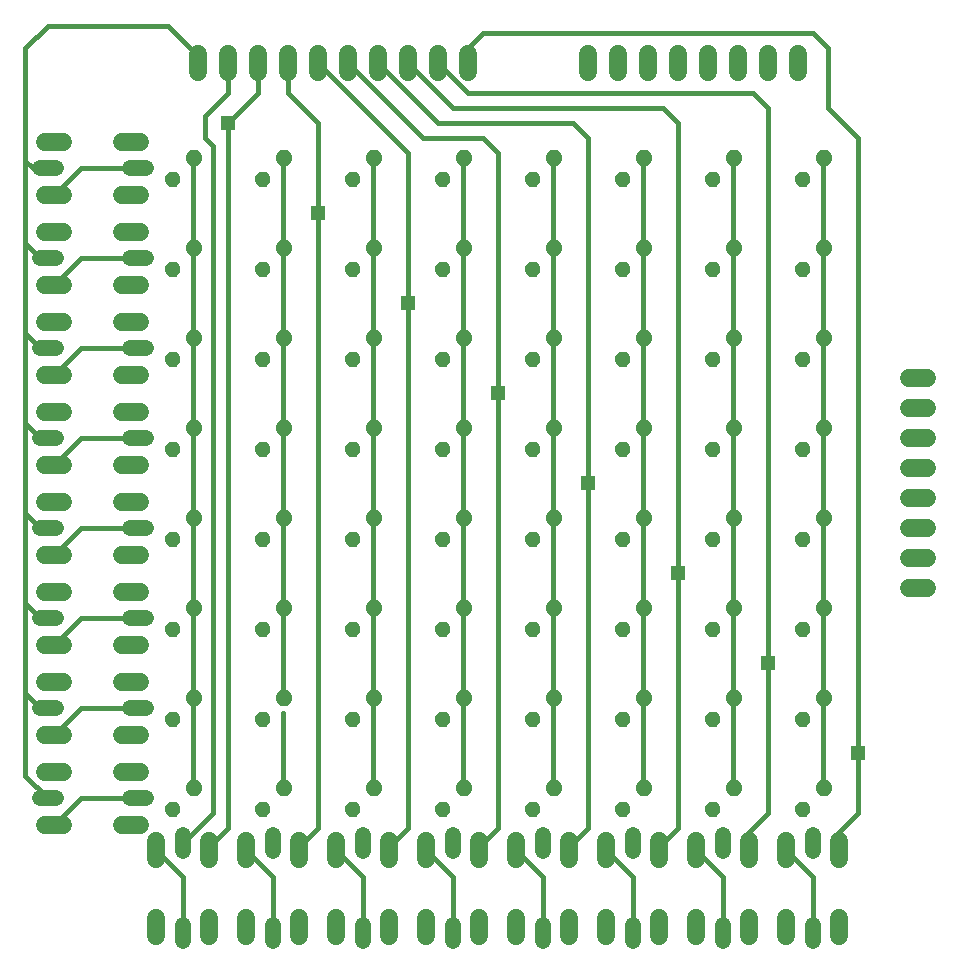
<source format=gbl>
G75*
G70*
%OFA0B0*%
%FSLAX24Y24*%
%IPPOS*%
%LPD*%
%AMOC8*
5,1,8,0,0,1.08239X$1,22.5*
%
%ADD10C,0.0104*%
%ADD11C,0.0600*%
%ADD12C,0.0520*%
%ADD13C,0.0160*%
%ADD14R,0.0475X0.0475*%
D10*
X005652Y007579D02*
X005704Y007631D01*
X005704Y007459D01*
X005583Y007338D01*
X005411Y007338D01*
X005290Y007459D01*
X005290Y007631D01*
X005411Y007752D01*
X005583Y007752D01*
X005704Y007631D01*
X005626Y007599D01*
X005626Y007491D01*
X005551Y007416D01*
X005443Y007416D01*
X005368Y007491D01*
X005368Y007599D01*
X005443Y007674D01*
X005551Y007674D01*
X005626Y007599D01*
X005548Y007566D01*
X005548Y007524D01*
X005518Y007494D01*
X005476Y007494D01*
X005446Y007524D01*
X005446Y007566D01*
X005476Y007596D01*
X005518Y007596D01*
X005548Y007566D01*
X006359Y008286D02*
X006411Y008338D01*
X006411Y008166D01*
X006290Y008045D01*
X006118Y008045D01*
X005997Y008166D01*
X005997Y008338D01*
X006118Y008459D01*
X006290Y008459D01*
X006411Y008338D01*
X006333Y008306D01*
X006333Y008198D01*
X006258Y008123D01*
X006150Y008123D01*
X006075Y008198D01*
X006075Y008306D01*
X006150Y008381D01*
X006258Y008381D01*
X006333Y008306D01*
X006255Y008273D01*
X006255Y008231D01*
X006225Y008201D01*
X006183Y008201D01*
X006153Y008231D01*
X006153Y008273D01*
X006183Y008303D01*
X006225Y008303D01*
X006255Y008273D01*
X005652Y010579D02*
X005704Y010631D01*
X005704Y010459D01*
X005583Y010338D01*
X005411Y010338D01*
X005290Y010459D01*
X005290Y010631D01*
X005411Y010752D01*
X005583Y010752D01*
X005704Y010631D01*
X005626Y010599D01*
X005626Y010491D01*
X005551Y010416D01*
X005443Y010416D01*
X005368Y010491D01*
X005368Y010599D01*
X005443Y010674D01*
X005551Y010674D01*
X005626Y010599D01*
X005548Y010566D01*
X005548Y010524D01*
X005518Y010494D01*
X005476Y010494D01*
X005446Y010524D01*
X005446Y010566D01*
X005476Y010596D01*
X005518Y010596D01*
X005548Y010566D01*
X006359Y011286D02*
X006411Y011338D01*
X006411Y011166D01*
X006290Y011045D01*
X006118Y011045D01*
X005997Y011166D01*
X005997Y011338D01*
X006118Y011459D01*
X006290Y011459D01*
X006411Y011338D01*
X006333Y011306D01*
X006333Y011198D01*
X006258Y011123D01*
X006150Y011123D01*
X006075Y011198D01*
X006075Y011306D01*
X006150Y011381D01*
X006258Y011381D01*
X006333Y011306D01*
X006255Y011273D01*
X006255Y011231D01*
X006225Y011201D01*
X006183Y011201D01*
X006153Y011231D01*
X006153Y011273D01*
X006183Y011303D01*
X006225Y011303D01*
X006255Y011273D01*
X008652Y010579D02*
X008704Y010631D01*
X008704Y010459D01*
X008583Y010338D01*
X008411Y010338D01*
X008290Y010459D01*
X008290Y010631D01*
X008411Y010752D01*
X008583Y010752D01*
X008704Y010631D01*
X008626Y010599D01*
X008626Y010491D01*
X008551Y010416D01*
X008443Y010416D01*
X008368Y010491D01*
X008368Y010599D01*
X008443Y010674D01*
X008551Y010674D01*
X008626Y010599D01*
X008548Y010566D01*
X008548Y010524D01*
X008518Y010494D01*
X008476Y010494D01*
X008446Y010524D01*
X008446Y010566D01*
X008476Y010596D01*
X008518Y010596D01*
X008548Y010566D01*
X009359Y011286D02*
X009411Y011338D01*
X009411Y011166D01*
X009290Y011045D01*
X009118Y011045D01*
X008997Y011166D01*
X008997Y011338D01*
X009118Y011459D01*
X009290Y011459D01*
X009411Y011338D01*
X009333Y011306D01*
X009333Y011198D01*
X009258Y011123D01*
X009150Y011123D01*
X009075Y011198D01*
X009075Y011306D01*
X009150Y011381D01*
X009258Y011381D01*
X009333Y011306D01*
X009255Y011273D01*
X009255Y011231D01*
X009225Y011201D01*
X009183Y011201D01*
X009153Y011231D01*
X009153Y011273D01*
X009183Y011303D01*
X009225Y011303D01*
X009255Y011273D01*
X011652Y010579D02*
X011704Y010631D01*
X011704Y010459D01*
X011583Y010338D01*
X011411Y010338D01*
X011290Y010459D01*
X011290Y010631D01*
X011411Y010752D01*
X011583Y010752D01*
X011704Y010631D01*
X011626Y010599D01*
X011626Y010491D01*
X011551Y010416D01*
X011443Y010416D01*
X011368Y010491D01*
X011368Y010599D01*
X011443Y010674D01*
X011551Y010674D01*
X011626Y010599D01*
X011548Y010566D01*
X011548Y010524D01*
X011518Y010494D01*
X011476Y010494D01*
X011446Y010524D01*
X011446Y010566D01*
X011476Y010596D01*
X011518Y010596D01*
X011548Y010566D01*
X012359Y011286D02*
X012411Y011338D01*
X012411Y011166D01*
X012290Y011045D01*
X012118Y011045D01*
X011997Y011166D01*
X011997Y011338D01*
X012118Y011459D01*
X012290Y011459D01*
X012411Y011338D01*
X012333Y011306D01*
X012333Y011198D01*
X012258Y011123D01*
X012150Y011123D01*
X012075Y011198D01*
X012075Y011306D01*
X012150Y011381D01*
X012258Y011381D01*
X012333Y011306D01*
X012255Y011273D01*
X012255Y011231D01*
X012225Y011201D01*
X012183Y011201D01*
X012153Y011231D01*
X012153Y011273D01*
X012183Y011303D01*
X012225Y011303D01*
X012255Y011273D01*
X014652Y010579D02*
X014704Y010631D01*
X014704Y010459D01*
X014583Y010338D01*
X014411Y010338D01*
X014290Y010459D01*
X014290Y010631D01*
X014411Y010752D01*
X014583Y010752D01*
X014704Y010631D01*
X014626Y010599D01*
X014626Y010491D01*
X014551Y010416D01*
X014443Y010416D01*
X014368Y010491D01*
X014368Y010599D01*
X014443Y010674D01*
X014551Y010674D01*
X014626Y010599D01*
X014548Y010566D01*
X014548Y010524D01*
X014518Y010494D01*
X014476Y010494D01*
X014446Y010524D01*
X014446Y010566D01*
X014476Y010596D01*
X014518Y010596D01*
X014548Y010566D01*
X015359Y011286D02*
X015411Y011338D01*
X015411Y011166D01*
X015290Y011045D01*
X015118Y011045D01*
X014997Y011166D01*
X014997Y011338D01*
X015118Y011459D01*
X015290Y011459D01*
X015411Y011338D01*
X015333Y011306D01*
X015333Y011198D01*
X015258Y011123D01*
X015150Y011123D01*
X015075Y011198D01*
X015075Y011306D01*
X015150Y011381D01*
X015258Y011381D01*
X015333Y011306D01*
X015255Y011273D01*
X015255Y011231D01*
X015225Y011201D01*
X015183Y011201D01*
X015153Y011231D01*
X015153Y011273D01*
X015183Y011303D01*
X015225Y011303D01*
X015255Y011273D01*
X017652Y010579D02*
X017704Y010631D01*
X017704Y010459D01*
X017583Y010338D01*
X017411Y010338D01*
X017290Y010459D01*
X017290Y010631D01*
X017411Y010752D01*
X017583Y010752D01*
X017704Y010631D01*
X017626Y010599D01*
X017626Y010491D01*
X017551Y010416D01*
X017443Y010416D01*
X017368Y010491D01*
X017368Y010599D01*
X017443Y010674D01*
X017551Y010674D01*
X017626Y010599D01*
X017548Y010566D01*
X017548Y010524D01*
X017518Y010494D01*
X017476Y010494D01*
X017446Y010524D01*
X017446Y010566D01*
X017476Y010596D01*
X017518Y010596D01*
X017548Y010566D01*
X018359Y011286D02*
X018411Y011338D01*
X018411Y011166D01*
X018290Y011045D01*
X018118Y011045D01*
X017997Y011166D01*
X017997Y011338D01*
X018118Y011459D01*
X018290Y011459D01*
X018411Y011338D01*
X018333Y011306D01*
X018333Y011198D01*
X018258Y011123D01*
X018150Y011123D01*
X018075Y011198D01*
X018075Y011306D01*
X018150Y011381D01*
X018258Y011381D01*
X018333Y011306D01*
X018255Y011273D01*
X018255Y011231D01*
X018225Y011201D01*
X018183Y011201D01*
X018153Y011231D01*
X018153Y011273D01*
X018183Y011303D01*
X018225Y011303D01*
X018255Y011273D01*
X020652Y010579D02*
X020704Y010631D01*
X020704Y010459D01*
X020583Y010338D01*
X020411Y010338D01*
X020290Y010459D01*
X020290Y010631D01*
X020411Y010752D01*
X020583Y010752D01*
X020704Y010631D01*
X020626Y010599D01*
X020626Y010491D01*
X020551Y010416D01*
X020443Y010416D01*
X020368Y010491D01*
X020368Y010599D01*
X020443Y010674D01*
X020551Y010674D01*
X020626Y010599D01*
X020548Y010566D01*
X020548Y010524D01*
X020518Y010494D01*
X020476Y010494D01*
X020446Y010524D01*
X020446Y010566D01*
X020476Y010596D01*
X020518Y010596D01*
X020548Y010566D01*
X021359Y011286D02*
X021411Y011338D01*
X021411Y011166D01*
X021290Y011045D01*
X021118Y011045D01*
X020997Y011166D01*
X020997Y011338D01*
X021118Y011459D01*
X021290Y011459D01*
X021411Y011338D01*
X021333Y011306D01*
X021333Y011198D01*
X021258Y011123D01*
X021150Y011123D01*
X021075Y011198D01*
X021075Y011306D01*
X021150Y011381D01*
X021258Y011381D01*
X021333Y011306D01*
X021255Y011273D01*
X021255Y011231D01*
X021225Y011201D01*
X021183Y011201D01*
X021153Y011231D01*
X021153Y011273D01*
X021183Y011303D01*
X021225Y011303D01*
X021255Y011273D01*
X023652Y010579D02*
X023704Y010631D01*
X023704Y010459D01*
X023583Y010338D01*
X023411Y010338D01*
X023290Y010459D01*
X023290Y010631D01*
X023411Y010752D01*
X023583Y010752D01*
X023704Y010631D01*
X023626Y010599D01*
X023626Y010491D01*
X023551Y010416D01*
X023443Y010416D01*
X023368Y010491D01*
X023368Y010599D01*
X023443Y010674D01*
X023551Y010674D01*
X023626Y010599D01*
X023548Y010566D01*
X023548Y010524D01*
X023518Y010494D01*
X023476Y010494D01*
X023446Y010524D01*
X023446Y010566D01*
X023476Y010596D01*
X023518Y010596D01*
X023548Y010566D01*
X024359Y011286D02*
X024411Y011338D01*
X024411Y011166D01*
X024290Y011045D01*
X024118Y011045D01*
X023997Y011166D01*
X023997Y011338D01*
X024118Y011459D01*
X024290Y011459D01*
X024411Y011338D01*
X024333Y011306D01*
X024333Y011198D01*
X024258Y011123D01*
X024150Y011123D01*
X024075Y011198D01*
X024075Y011306D01*
X024150Y011381D01*
X024258Y011381D01*
X024333Y011306D01*
X024255Y011273D01*
X024255Y011231D01*
X024225Y011201D01*
X024183Y011201D01*
X024153Y011231D01*
X024153Y011273D01*
X024183Y011303D01*
X024225Y011303D01*
X024255Y011273D01*
X026652Y010579D02*
X026704Y010631D01*
X026704Y010459D01*
X026583Y010338D01*
X026411Y010338D01*
X026290Y010459D01*
X026290Y010631D01*
X026411Y010752D01*
X026583Y010752D01*
X026704Y010631D01*
X026626Y010599D01*
X026626Y010491D01*
X026551Y010416D01*
X026443Y010416D01*
X026368Y010491D01*
X026368Y010599D01*
X026443Y010674D01*
X026551Y010674D01*
X026626Y010599D01*
X026548Y010566D01*
X026548Y010524D01*
X026518Y010494D01*
X026476Y010494D01*
X026446Y010524D01*
X026446Y010566D01*
X026476Y010596D01*
X026518Y010596D01*
X026548Y010566D01*
X027359Y011286D02*
X027411Y011338D01*
X027411Y011166D01*
X027290Y011045D01*
X027118Y011045D01*
X026997Y011166D01*
X026997Y011338D01*
X027118Y011459D01*
X027290Y011459D01*
X027411Y011338D01*
X027333Y011306D01*
X027333Y011198D01*
X027258Y011123D01*
X027150Y011123D01*
X027075Y011198D01*
X027075Y011306D01*
X027150Y011381D01*
X027258Y011381D01*
X027333Y011306D01*
X027255Y011273D01*
X027255Y011231D01*
X027225Y011201D01*
X027183Y011201D01*
X027153Y011231D01*
X027153Y011273D01*
X027183Y011303D01*
X027225Y011303D01*
X027255Y011273D01*
X026652Y013579D02*
X026704Y013631D01*
X026704Y013459D01*
X026583Y013338D01*
X026411Y013338D01*
X026290Y013459D01*
X026290Y013631D01*
X026411Y013752D01*
X026583Y013752D01*
X026704Y013631D01*
X026626Y013599D01*
X026626Y013491D01*
X026551Y013416D01*
X026443Y013416D01*
X026368Y013491D01*
X026368Y013599D01*
X026443Y013674D01*
X026551Y013674D01*
X026626Y013599D01*
X026548Y013566D01*
X026548Y013524D01*
X026518Y013494D01*
X026476Y013494D01*
X026446Y013524D01*
X026446Y013566D01*
X026476Y013596D01*
X026518Y013596D01*
X026548Y013566D01*
X027359Y014286D02*
X027411Y014338D01*
X027411Y014166D01*
X027290Y014045D01*
X027118Y014045D01*
X026997Y014166D01*
X026997Y014338D01*
X027118Y014459D01*
X027290Y014459D01*
X027411Y014338D01*
X027333Y014306D01*
X027333Y014198D01*
X027258Y014123D01*
X027150Y014123D01*
X027075Y014198D01*
X027075Y014306D01*
X027150Y014381D01*
X027258Y014381D01*
X027333Y014306D01*
X027255Y014273D01*
X027255Y014231D01*
X027225Y014201D01*
X027183Y014201D01*
X027153Y014231D01*
X027153Y014273D01*
X027183Y014303D01*
X027225Y014303D01*
X027255Y014273D01*
X026652Y016579D02*
X026704Y016631D01*
X026704Y016459D01*
X026583Y016338D01*
X026411Y016338D01*
X026290Y016459D01*
X026290Y016631D01*
X026411Y016752D01*
X026583Y016752D01*
X026704Y016631D01*
X026626Y016599D01*
X026626Y016491D01*
X026551Y016416D01*
X026443Y016416D01*
X026368Y016491D01*
X026368Y016599D01*
X026443Y016674D01*
X026551Y016674D01*
X026626Y016599D01*
X026548Y016566D01*
X026548Y016524D01*
X026518Y016494D01*
X026476Y016494D01*
X026446Y016524D01*
X026446Y016566D01*
X026476Y016596D01*
X026518Y016596D01*
X026548Y016566D01*
X027359Y017286D02*
X027411Y017338D01*
X027411Y017166D01*
X027290Y017045D01*
X027118Y017045D01*
X026997Y017166D01*
X026997Y017338D01*
X027118Y017459D01*
X027290Y017459D01*
X027411Y017338D01*
X027333Y017306D01*
X027333Y017198D01*
X027258Y017123D01*
X027150Y017123D01*
X027075Y017198D01*
X027075Y017306D01*
X027150Y017381D01*
X027258Y017381D01*
X027333Y017306D01*
X027255Y017273D01*
X027255Y017231D01*
X027225Y017201D01*
X027183Y017201D01*
X027153Y017231D01*
X027153Y017273D01*
X027183Y017303D01*
X027225Y017303D01*
X027255Y017273D01*
X026652Y019579D02*
X026704Y019631D01*
X026704Y019459D01*
X026583Y019338D01*
X026411Y019338D01*
X026290Y019459D01*
X026290Y019631D01*
X026411Y019752D01*
X026583Y019752D01*
X026704Y019631D01*
X026626Y019599D01*
X026626Y019491D01*
X026551Y019416D01*
X026443Y019416D01*
X026368Y019491D01*
X026368Y019599D01*
X026443Y019674D01*
X026551Y019674D01*
X026626Y019599D01*
X026548Y019566D01*
X026548Y019524D01*
X026518Y019494D01*
X026476Y019494D01*
X026446Y019524D01*
X026446Y019566D01*
X026476Y019596D01*
X026518Y019596D01*
X026548Y019566D01*
X027359Y020286D02*
X027411Y020338D01*
X027411Y020166D01*
X027290Y020045D01*
X027118Y020045D01*
X026997Y020166D01*
X026997Y020338D01*
X027118Y020459D01*
X027290Y020459D01*
X027411Y020338D01*
X027333Y020306D01*
X027333Y020198D01*
X027258Y020123D01*
X027150Y020123D01*
X027075Y020198D01*
X027075Y020306D01*
X027150Y020381D01*
X027258Y020381D01*
X027333Y020306D01*
X027255Y020273D01*
X027255Y020231D01*
X027225Y020201D01*
X027183Y020201D01*
X027153Y020231D01*
X027153Y020273D01*
X027183Y020303D01*
X027225Y020303D01*
X027255Y020273D01*
X026652Y022579D02*
X026704Y022631D01*
X026704Y022459D01*
X026583Y022338D01*
X026411Y022338D01*
X026290Y022459D01*
X026290Y022631D01*
X026411Y022752D01*
X026583Y022752D01*
X026704Y022631D01*
X026626Y022599D01*
X026626Y022491D01*
X026551Y022416D01*
X026443Y022416D01*
X026368Y022491D01*
X026368Y022599D01*
X026443Y022674D01*
X026551Y022674D01*
X026626Y022599D01*
X026548Y022566D01*
X026548Y022524D01*
X026518Y022494D01*
X026476Y022494D01*
X026446Y022524D01*
X026446Y022566D01*
X026476Y022596D01*
X026518Y022596D01*
X026548Y022566D01*
X027359Y023286D02*
X027411Y023338D01*
X027411Y023166D01*
X027290Y023045D01*
X027118Y023045D01*
X026997Y023166D01*
X026997Y023338D01*
X027118Y023459D01*
X027290Y023459D01*
X027411Y023338D01*
X027333Y023306D01*
X027333Y023198D01*
X027258Y023123D01*
X027150Y023123D01*
X027075Y023198D01*
X027075Y023306D01*
X027150Y023381D01*
X027258Y023381D01*
X027333Y023306D01*
X027255Y023273D01*
X027255Y023231D01*
X027225Y023201D01*
X027183Y023201D01*
X027153Y023231D01*
X027153Y023273D01*
X027183Y023303D01*
X027225Y023303D01*
X027255Y023273D01*
X026652Y025579D02*
X026704Y025631D01*
X026704Y025459D01*
X026583Y025338D01*
X026411Y025338D01*
X026290Y025459D01*
X026290Y025631D01*
X026411Y025752D01*
X026583Y025752D01*
X026704Y025631D01*
X026626Y025599D01*
X026626Y025491D01*
X026551Y025416D01*
X026443Y025416D01*
X026368Y025491D01*
X026368Y025599D01*
X026443Y025674D01*
X026551Y025674D01*
X026626Y025599D01*
X026548Y025566D01*
X026548Y025524D01*
X026518Y025494D01*
X026476Y025494D01*
X026446Y025524D01*
X026446Y025566D01*
X026476Y025596D01*
X026518Y025596D01*
X026548Y025566D01*
X027359Y026286D02*
X027411Y026338D01*
X027411Y026166D01*
X027290Y026045D01*
X027118Y026045D01*
X026997Y026166D01*
X026997Y026338D01*
X027118Y026459D01*
X027290Y026459D01*
X027411Y026338D01*
X027333Y026306D01*
X027333Y026198D01*
X027258Y026123D01*
X027150Y026123D01*
X027075Y026198D01*
X027075Y026306D01*
X027150Y026381D01*
X027258Y026381D01*
X027333Y026306D01*
X027255Y026273D01*
X027255Y026231D01*
X027225Y026201D01*
X027183Y026201D01*
X027153Y026231D01*
X027153Y026273D01*
X027183Y026303D01*
X027225Y026303D01*
X027255Y026273D01*
X026652Y028579D02*
X026704Y028631D01*
X026704Y028459D01*
X026583Y028338D01*
X026411Y028338D01*
X026290Y028459D01*
X026290Y028631D01*
X026411Y028752D01*
X026583Y028752D01*
X026704Y028631D01*
X026626Y028599D01*
X026626Y028491D01*
X026551Y028416D01*
X026443Y028416D01*
X026368Y028491D01*
X026368Y028599D01*
X026443Y028674D01*
X026551Y028674D01*
X026626Y028599D01*
X026548Y028566D01*
X026548Y028524D01*
X026518Y028494D01*
X026476Y028494D01*
X026446Y028524D01*
X026446Y028566D01*
X026476Y028596D01*
X026518Y028596D01*
X026548Y028566D01*
X027359Y029286D02*
X027411Y029338D01*
X027411Y029166D01*
X027290Y029045D01*
X027118Y029045D01*
X026997Y029166D01*
X026997Y029338D01*
X027118Y029459D01*
X027290Y029459D01*
X027411Y029338D01*
X027333Y029306D01*
X027333Y029198D01*
X027258Y029123D01*
X027150Y029123D01*
X027075Y029198D01*
X027075Y029306D01*
X027150Y029381D01*
X027258Y029381D01*
X027333Y029306D01*
X027255Y029273D01*
X027255Y029231D01*
X027225Y029201D01*
X027183Y029201D01*
X027153Y029231D01*
X027153Y029273D01*
X027183Y029303D01*
X027225Y029303D01*
X027255Y029273D01*
X024359Y029286D02*
X024411Y029338D01*
X024411Y029166D01*
X024290Y029045D01*
X024118Y029045D01*
X023997Y029166D01*
X023997Y029338D01*
X024118Y029459D01*
X024290Y029459D01*
X024411Y029338D01*
X024333Y029306D01*
X024333Y029198D01*
X024258Y029123D01*
X024150Y029123D01*
X024075Y029198D01*
X024075Y029306D01*
X024150Y029381D01*
X024258Y029381D01*
X024333Y029306D01*
X024255Y029273D01*
X024255Y029231D01*
X024225Y029201D01*
X024183Y029201D01*
X024153Y029231D01*
X024153Y029273D01*
X024183Y029303D01*
X024225Y029303D01*
X024255Y029273D01*
X023652Y028579D02*
X023704Y028631D01*
X023704Y028459D01*
X023583Y028338D01*
X023411Y028338D01*
X023290Y028459D01*
X023290Y028631D01*
X023411Y028752D01*
X023583Y028752D01*
X023704Y028631D01*
X023626Y028599D01*
X023626Y028491D01*
X023551Y028416D01*
X023443Y028416D01*
X023368Y028491D01*
X023368Y028599D01*
X023443Y028674D01*
X023551Y028674D01*
X023626Y028599D01*
X023548Y028566D01*
X023548Y028524D01*
X023518Y028494D01*
X023476Y028494D01*
X023446Y028524D01*
X023446Y028566D01*
X023476Y028596D01*
X023518Y028596D01*
X023548Y028566D01*
X024359Y026286D02*
X024411Y026338D01*
X024411Y026166D01*
X024290Y026045D01*
X024118Y026045D01*
X023997Y026166D01*
X023997Y026338D01*
X024118Y026459D01*
X024290Y026459D01*
X024411Y026338D01*
X024333Y026306D01*
X024333Y026198D01*
X024258Y026123D01*
X024150Y026123D01*
X024075Y026198D01*
X024075Y026306D01*
X024150Y026381D01*
X024258Y026381D01*
X024333Y026306D01*
X024255Y026273D01*
X024255Y026231D01*
X024225Y026201D01*
X024183Y026201D01*
X024153Y026231D01*
X024153Y026273D01*
X024183Y026303D01*
X024225Y026303D01*
X024255Y026273D01*
X023652Y025579D02*
X023704Y025631D01*
X023704Y025459D01*
X023583Y025338D01*
X023411Y025338D01*
X023290Y025459D01*
X023290Y025631D01*
X023411Y025752D01*
X023583Y025752D01*
X023704Y025631D01*
X023626Y025599D01*
X023626Y025491D01*
X023551Y025416D01*
X023443Y025416D01*
X023368Y025491D01*
X023368Y025599D01*
X023443Y025674D01*
X023551Y025674D01*
X023626Y025599D01*
X023548Y025566D01*
X023548Y025524D01*
X023518Y025494D01*
X023476Y025494D01*
X023446Y025524D01*
X023446Y025566D01*
X023476Y025596D01*
X023518Y025596D01*
X023548Y025566D01*
X024359Y023286D02*
X024411Y023338D01*
X024411Y023166D01*
X024290Y023045D01*
X024118Y023045D01*
X023997Y023166D01*
X023997Y023338D01*
X024118Y023459D01*
X024290Y023459D01*
X024411Y023338D01*
X024333Y023306D01*
X024333Y023198D01*
X024258Y023123D01*
X024150Y023123D01*
X024075Y023198D01*
X024075Y023306D01*
X024150Y023381D01*
X024258Y023381D01*
X024333Y023306D01*
X024255Y023273D01*
X024255Y023231D01*
X024225Y023201D01*
X024183Y023201D01*
X024153Y023231D01*
X024153Y023273D01*
X024183Y023303D01*
X024225Y023303D01*
X024255Y023273D01*
X023652Y022579D02*
X023704Y022631D01*
X023704Y022459D01*
X023583Y022338D01*
X023411Y022338D01*
X023290Y022459D01*
X023290Y022631D01*
X023411Y022752D01*
X023583Y022752D01*
X023704Y022631D01*
X023626Y022599D01*
X023626Y022491D01*
X023551Y022416D01*
X023443Y022416D01*
X023368Y022491D01*
X023368Y022599D01*
X023443Y022674D01*
X023551Y022674D01*
X023626Y022599D01*
X023548Y022566D01*
X023548Y022524D01*
X023518Y022494D01*
X023476Y022494D01*
X023446Y022524D01*
X023446Y022566D01*
X023476Y022596D01*
X023518Y022596D01*
X023548Y022566D01*
X024359Y020286D02*
X024411Y020338D01*
X024411Y020166D01*
X024290Y020045D01*
X024118Y020045D01*
X023997Y020166D01*
X023997Y020338D01*
X024118Y020459D01*
X024290Y020459D01*
X024411Y020338D01*
X024333Y020306D01*
X024333Y020198D01*
X024258Y020123D01*
X024150Y020123D01*
X024075Y020198D01*
X024075Y020306D01*
X024150Y020381D01*
X024258Y020381D01*
X024333Y020306D01*
X024255Y020273D01*
X024255Y020231D01*
X024225Y020201D01*
X024183Y020201D01*
X024153Y020231D01*
X024153Y020273D01*
X024183Y020303D01*
X024225Y020303D01*
X024255Y020273D01*
X023652Y019579D02*
X023704Y019631D01*
X023704Y019459D01*
X023583Y019338D01*
X023411Y019338D01*
X023290Y019459D01*
X023290Y019631D01*
X023411Y019752D01*
X023583Y019752D01*
X023704Y019631D01*
X023626Y019599D01*
X023626Y019491D01*
X023551Y019416D01*
X023443Y019416D01*
X023368Y019491D01*
X023368Y019599D01*
X023443Y019674D01*
X023551Y019674D01*
X023626Y019599D01*
X023548Y019566D01*
X023548Y019524D01*
X023518Y019494D01*
X023476Y019494D01*
X023446Y019524D01*
X023446Y019566D01*
X023476Y019596D01*
X023518Y019596D01*
X023548Y019566D01*
X024359Y017286D02*
X024411Y017338D01*
X024411Y017166D01*
X024290Y017045D01*
X024118Y017045D01*
X023997Y017166D01*
X023997Y017338D01*
X024118Y017459D01*
X024290Y017459D01*
X024411Y017338D01*
X024333Y017306D01*
X024333Y017198D01*
X024258Y017123D01*
X024150Y017123D01*
X024075Y017198D01*
X024075Y017306D01*
X024150Y017381D01*
X024258Y017381D01*
X024333Y017306D01*
X024255Y017273D01*
X024255Y017231D01*
X024225Y017201D01*
X024183Y017201D01*
X024153Y017231D01*
X024153Y017273D01*
X024183Y017303D01*
X024225Y017303D01*
X024255Y017273D01*
X023652Y016579D02*
X023704Y016631D01*
X023704Y016459D01*
X023583Y016338D01*
X023411Y016338D01*
X023290Y016459D01*
X023290Y016631D01*
X023411Y016752D01*
X023583Y016752D01*
X023704Y016631D01*
X023626Y016599D01*
X023626Y016491D01*
X023551Y016416D01*
X023443Y016416D01*
X023368Y016491D01*
X023368Y016599D01*
X023443Y016674D01*
X023551Y016674D01*
X023626Y016599D01*
X023548Y016566D01*
X023548Y016524D01*
X023518Y016494D01*
X023476Y016494D01*
X023446Y016524D01*
X023446Y016566D01*
X023476Y016596D01*
X023518Y016596D01*
X023548Y016566D01*
X024359Y014286D02*
X024411Y014338D01*
X024411Y014166D01*
X024290Y014045D01*
X024118Y014045D01*
X023997Y014166D01*
X023997Y014338D01*
X024118Y014459D01*
X024290Y014459D01*
X024411Y014338D01*
X024333Y014306D01*
X024333Y014198D01*
X024258Y014123D01*
X024150Y014123D01*
X024075Y014198D01*
X024075Y014306D01*
X024150Y014381D01*
X024258Y014381D01*
X024333Y014306D01*
X024255Y014273D01*
X024255Y014231D01*
X024225Y014201D01*
X024183Y014201D01*
X024153Y014231D01*
X024153Y014273D01*
X024183Y014303D01*
X024225Y014303D01*
X024255Y014273D01*
X023652Y013579D02*
X023704Y013631D01*
X023704Y013459D01*
X023583Y013338D01*
X023411Y013338D01*
X023290Y013459D01*
X023290Y013631D01*
X023411Y013752D01*
X023583Y013752D01*
X023704Y013631D01*
X023626Y013599D01*
X023626Y013491D01*
X023551Y013416D01*
X023443Y013416D01*
X023368Y013491D01*
X023368Y013599D01*
X023443Y013674D01*
X023551Y013674D01*
X023626Y013599D01*
X023548Y013566D01*
X023548Y013524D01*
X023518Y013494D01*
X023476Y013494D01*
X023446Y013524D01*
X023446Y013566D01*
X023476Y013596D01*
X023518Y013596D01*
X023548Y013566D01*
X021359Y014286D02*
X021411Y014338D01*
X021411Y014166D01*
X021290Y014045D01*
X021118Y014045D01*
X020997Y014166D01*
X020997Y014338D01*
X021118Y014459D01*
X021290Y014459D01*
X021411Y014338D01*
X021333Y014306D01*
X021333Y014198D01*
X021258Y014123D01*
X021150Y014123D01*
X021075Y014198D01*
X021075Y014306D01*
X021150Y014381D01*
X021258Y014381D01*
X021333Y014306D01*
X021255Y014273D01*
X021255Y014231D01*
X021225Y014201D01*
X021183Y014201D01*
X021153Y014231D01*
X021153Y014273D01*
X021183Y014303D01*
X021225Y014303D01*
X021255Y014273D01*
X020652Y013579D02*
X020704Y013631D01*
X020704Y013459D01*
X020583Y013338D01*
X020411Y013338D01*
X020290Y013459D01*
X020290Y013631D01*
X020411Y013752D01*
X020583Y013752D01*
X020704Y013631D01*
X020626Y013599D01*
X020626Y013491D01*
X020551Y013416D01*
X020443Y013416D01*
X020368Y013491D01*
X020368Y013599D01*
X020443Y013674D01*
X020551Y013674D01*
X020626Y013599D01*
X020548Y013566D01*
X020548Y013524D01*
X020518Y013494D01*
X020476Y013494D01*
X020446Y013524D01*
X020446Y013566D01*
X020476Y013596D01*
X020518Y013596D01*
X020548Y013566D01*
X018359Y014286D02*
X018411Y014338D01*
X018411Y014166D01*
X018290Y014045D01*
X018118Y014045D01*
X017997Y014166D01*
X017997Y014338D01*
X018118Y014459D01*
X018290Y014459D01*
X018411Y014338D01*
X018333Y014306D01*
X018333Y014198D01*
X018258Y014123D01*
X018150Y014123D01*
X018075Y014198D01*
X018075Y014306D01*
X018150Y014381D01*
X018258Y014381D01*
X018333Y014306D01*
X018255Y014273D01*
X018255Y014231D01*
X018225Y014201D01*
X018183Y014201D01*
X018153Y014231D01*
X018153Y014273D01*
X018183Y014303D01*
X018225Y014303D01*
X018255Y014273D01*
X017652Y013579D02*
X017704Y013631D01*
X017704Y013459D01*
X017583Y013338D01*
X017411Y013338D01*
X017290Y013459D01*
X017290Y013631D01*
X017411Y013752D01*
X017583Y013752D01*
X017704Y013631D01*
X017626Y013599D01*
X017626Y013491D01*
X017551Y013416D01*
X017443Y013416D01*
X017368Y013491D01*
X017368Y013599D01*
X017443Y013674D01*
X017551Y013674D01*
X017626Y013599D01*
X017548Y013566D01*
X017548Y013524D01*
X017518Y013494D01*
X017476Y013494D01*
X017446Y013524D01*
X017446Y013566D01*
X017476Y013596D01*
X017518Y013596D01*
X017548Y013566D01*
X015359Y014286D02*
X015411Y014338D01*
X015411Y014166D01*
X015290Y014045D01*
X015118Y014045D01*
X014997Y014166D01*
X014997Y014338D01*
X015118Y014459D01*
X015290Y014459D01*
X015411Y014338D01*
X015333Y014306D01*
X015333Y014198D01*
X015258Y014123D01*
X015150Y014123D01*
X015075Y014198D01*
X015075Y014306D01*
X015150Y014381D01*
X015258Y014381D01*
X015333Y014306D01*
X015255Y014273D01*
X015255Y014231D01*
X015225Y014201D01*
X015183Y014201D01*
X015153Y014231D01*
X015153Y014273D01*
X015183Y014303D01*
X015225Y014303D01*
X015255Y014273D01*
X014652Y013579D02*
X014704Y013631D01*
X014704Y013459D01*
X014583Y013338D01*
X014411Y013338D01*
X014290Y013459D01*
X014290Y013631D01*
X014411Y013752D01*
X014583Y013752D01*
X014704Y013631D01*
X014626Y013599D01*
X014626Y013491D01*
X014551Y013416D01*
X014443Y013416D01*
X014368Y013491D01*
X014368Y013599D01*
X014443Y013674D01*
X014551Y013674D01*
X014626Y013599D01*
X014548Y013566D01*
X014548Y013524D01*
X014518Y013494D01*
X014476Y013494D01*
X014446Y013524D01*
X014446Y013566D01*
X014476Y013596D01*
X014518Y013596D01*
X014548Y013566D01*
X012359Y014286D02*
X012411Y014338D01*
X012411Y014166D01*
X012290Y014045D01*
X012118Y014045D01*
X011997Y014166D01*
X011997Y014338D01*
X012118Y014459D01*
X012290Y014459D01*
X012411Y014338D01*
X012333Y014306D01*
X012333Y014198D01*
X012258Y014123D01*
X012150Y014123D01*
X012075Y014198D01*
X012075Y014306D01*
X012150Y014381D01*
X012258Y014381D01*
X012333Y014306D01*
X012255Y014273D01*
X012255Y014231D01*
X012225Y014201D01*
X012183Y014201D01*
X012153Y014231D01*
X012153Y014273D01*
X012183Y014303D01*
X012225Y014303D01*
X012255Y014273D01*
X011652Y013579D02*
X011704Y013631D01*
X011704Y013459D01*
X011583Y013338D01*
X011411Y013338D01*
X011290Y013459D01*
X011290Y013631D01*
X011411Y013752D01*
X011583Y013752D01*
X011704Y013631D01*
X011626Y013599D01*
X011626Y013491D01*
X011551Y013416D01*
X011443Y013416D01*
X011368Y013491D01*
X011368Y013599D01*
X011443Y013674D01*
X011551Y013674D01*
X011626Y013599D01*
X011548Y013566D01*
X011548Y013524D01*
X011518Y013494D01*
X011476Y013494D01*
X011446Y013524D01*
X011446Y013566D01*
X011476Y013596D01*
X011518Y013596D01*
X011548Y013566D01*
X009359Y014286D02*
X009411Y014338D01*
X009411Y014166D01*
X009290Y014045D01*
X009118Y014045D01*
X008997Y014166D01*
X008997Y014338D01*
X009118Y014459D01*
X009290Y014459D01*
X009411Y014338D01*
X009333Y014306D01*
X009333Y014198D01*
X009258Y014123D01*
X009150Y014123D01*
X009075Y014198D01*
X009075Y014306D01*
X009150Y014381D01*
X009258Y014381D01*
X009333Y014306D01*
X009255Y014273D01*
X009255Y014231D01*
X009225Y014201D01*
X009183Y014201D01*
X009153Y014231D01*
X009153Y014273D01*
X009183Y014303D01*
X009225Y014303D01*
X009255Y014273D01*
X008652Y013579D02*
X008704Y013631D01*
X008704Y013459D01*
X008583Y013338D01*
X008411Y013338D01*
X008290Y013459D01*
X008290Y013631D01*
X008411Y013752D01*
X008583Y013752D01*
X008704Y013631D01*
X008626Y013599D01*
X008626Y013491D01*
X008551Y013416D01*
X008443Y013416D01*
X008368Y013491D01*
X008368Y013599D01*
X008443Y013674D01*
X008551Y013674D01*
X008626Y013599D01*
X008548Y013566D01*
X008548Y013524D01*
X008518Y013494D01*
X008476Y013494D01*
X008446Y013524D01*
X008446Y013566D01*
X008476Y013596D01*
X008518Y013596D01*
X008548Y013566D01*
X006359Y014286D02*
X006411Y014338D01*
X006411Y014166D01*
X006290Y014045D01*
X006118Y014045D01*
X005997Y014166D01*
X005997Y014338D01*
X006118Y014459D01*
X006290Y014459D01*
X006411Y014338D01*
X006333Y014306D01*
X006333Y014198D01*
X006258Y014123D01*
X006150Y014123D01*
X006075Y014198D01*
X006075Y014306D01*
X006150Y014381D01*
X006258Y014381D01*
X006333Y014306D01*
X006255Y014273D01*
X006255Y014231D01*
X006225Y014201D01*
X006183Y014201D01*
X006153Y014231D01*
X006153Y014273D01*
X006183Y014303D01*
X006225Y014303D01*
X006255Y014273D01*
X005652Y013579D02*
X005704Y013631D01*
X005704Y013459D01*
X005583Y013338D01*
X005411Y013338D01*
X005290Y013459D01*
X005290Y013631D01*
X005411Y013752D01*
X005583Y013752D01*
X005704Y013631D01*
X005626Y013599D01*
X005626Y013491D01*
X005551Y013416D01*
X005443Y013416D01*
X005368Y013491D01*
X005368Y013599D01*
X005443Y013674D01*
X005551Y013674D01*
X005626Y013599D01*
X005548Y013566D01*
X005548Y013524D01*
X005518Y013494D01*
X005476Y013494D01*
X005446Y013524D01*
X005446Y013566D01*
X005476Y013596D01*
X005518Y013596D01*
X005548Y013566D01*
X005652Y016579D02*
X005704Y016631D01*
X005704Y016459D01*
X005583Y016338D01*
X005411Y016338D01*
X005290Y016459D01*
X005290Y016631D01*
X005411Y016752D01*
X005583Y016752D01*
X005704Y016631D01*
X005626Y016599D01*
X005626Y016491D01*
X005551Y016416D01*
X005443Y016416D01*
X005368Y016491D01*
X005368Y016599D01*
X005443Y016674D01*
X005551Y016674D01*
X005626Y016599D01*
X005548Y016566D01*
X005548Y016524D01*
X005518Y016494D01*
X005476Y016494D01*
X005446Y016524D01*
X005446Y016566D01*
X005476Y016596D01*
X005518Y016596D01*
X005548Y016566D01*
X006359Y017286D02*
X006411Y017338D01*
X006411Y017166D01*
X006290Y017045D01*
X006118Y017045D01*
X005997Y017166D01*
X005997Y017338D01*
X006118Y017459D01*
X006290Y017459D01*
X006411Y017338D01*
X006333Y017306D01*
X006333Y017198D01*
X006258Y017123D01*
X006150Y017123D01*
X006075Y017198D01*
X006075Y017306D01*
X006150Y017381D01*
X006258Y017381D01*
X006333Y017306D01*
X006255Y017273D01*
X006255Y017231D01*
X006225Y017201D01*
X006183Y017201D01*
X006153Y017231D01*
X006153Y017273D01*
X006183Y017303D01*
X006225Y017303D01*
X006255Y017273D01*
X008652Y016579D02*
X008704Y016631D01*
X008704Y016459D01*
X008583Y016338D01*
X008411Y016338D01*
X008290Y016459D01*
X008290Y016631D01*
X008411Y016752D01*
X008583Y016752D01*
X008704Y016631D01*
X008626Y016599D01*
X008626Y016491D01*
X008551Y016416D01*
X008443Y016416D01*
X008368Y016491D01*
X008368Y016599D01*
X008443Y016674D01*
X008551Y016674D01*
X008626Y016599D01*
X008548Y016566D01*
X008548Y016524D01*
X008518Y016494D01*
X008476Y016494D01*
X008446Y016524D01*
X008446Y016566D01*
X008476Y016596D01*
X008518Y016596D01*
X008548Y016566D01*
X009359Y017286D02*
X009411Y017338D01*
X009411Y017166D01*
X009290Y017045D01*
X009118Y017045D01*
X008997Y017166D01*
X008997Y017338D01*
X009118Y017459D01*
X009290Y017459D01*
X009411Y017338D01*
X009333Y017306D01*
X009333Y017198D01*
X009258Y017123D01*
X009150Y017123D01*
X009075Y017198D01*
X009075Y017306D01*
X009150Y017381D01*
X009258Y017381D01*
X009333Y017306D01*
X009255Y017273D01*
X009255Y017231D01*
X009225Y017201D01*
X009183Y017201D01*
X009153Y017231D01*
X009153Y017273D01*
X009183Y017303D01*
X009225Y017303D01*
X009255Y017273D01*
X011652Y016579D02*
X011704Y016631D01*
X011704Y016459D01*
X011583Y016338D01*
X011411Y016338D01*
X011290Y016459D01*
X011290Y016631D01*
X011411Y016752D01*
X011583Y016752D01*
X011704Y016631D01*
X011626Y016599D01*
X011626Y016491D01*
X011551Y016416D01*
X011443Y016416D01*
X011368Y016491D01*
X011368Y016599D01*
X011443Y016674D01*
X011551Y016674D01*
X011626Y016599D01*
X011548Y016566D01*
X011548Y016524D01*
X011518Y016494D01*
X011476Y016494D01*
X011446Y016524D01*
X011446Y016566D01*
X011476Y016596D01*
X011518Y016596D01*
X011548Y016566D01*
X012359Y017286D02*
X012411Y017338D01*
X012411Y017166D01*
X012290Y017045D01*
X012118Y017045D01*
X011997Y017166D01*
X011997Y017338D01*
X012118Y017459D01*
X012290Y017459D01*
X012411Y017338D01*
X012333Y017306D01*
X012333Y017198D01*
X012258Y017123D01*
X012150Y017123D01*
X012075Y017198D01*
X012075Y017306D01*
X012150Y017381D01*
X012258Y017381D01*
X012333Y017306D01*
X012255Y017273D01*
X012255Y017231D01*
X012225Y017201D01*
X012183Y017201D01*
X012153Y017231D01*
X012153Y017273D01*
X012183Y017303D01*
X012225Y017303D01*
X012255Y017273D01*
X014652Y016579D02*
X014704Y016631D01*
X014704Y016459D01*
X014583Y016338D01*
X014411Y016338D01*
X014290Y016459D01*
X014290Y016631D01*
X014411Y016752D01*
X014583Y016752D01*
X014704Y016631D01*
X014626Y016599D01*
X014626Y016491D01*
X014551Y016416D01*
X014443Y016416D01*
X014368Y016491D01*
X014368Y016599D01*
X014443Y016674D01*
X014551Y016674D01*
X014626Y016599D01*
X014548Y016566D01*
X014548Y016524D01*
X014518Y016494D01*
X014476Y016494D01*
X014446Y016524D01*
X014446Y016566D01*
X014476Y016596D01*
X014518Y016596D01*
X014548Y016566D01*
X015359Y017286D02*
X015411Y017338D01*
X015411Y017166D01*
X015290Y017045D01*
X015118Y017045D01*
X014997Y017166D01*
X014997Y017338D01*
X015118Y017459D01*
X015290Y017459D01*
X015411Y017338D01*
X015333Y017306D01*
X015333Y017198D01*
X015258Y017123D01*
X015150Y017123D01*
X015075Y017198D01*
X015075Y017306D01*
X015150Y017381D01*
X015258Y017381D01*
X015333Y017306D01*
X015255Y017273D01*
X015255Y017231D01*
X015225Y017201D01*
X015183Y017201D01*
X015153Y017231D01*
X015153Y017273D01*
X015183Y017303D01*
X015225Y017303D01*
X015255Y017273D01*
X017652Y016579D02*
X017704Y016631D01*
X017704Y016459D01*
X017583Y016338D01*
X017411Y016338D01*
X017290Y016459D01*
X017290Y016631D01*
X017411Y016752D01*
X017583Y016752D01*
X017704Y016631D01*
X017626Y016599D01*
X017626Y016491D01*
X017551Y016416D01*
X017443Y016416D01*
X017368Y016491D01*
X017368Y016599D01*
X017443Y016674D01*
X017551Y016674D01*
X017626Y016599D01*
X017548Y016566D01*
X017548Y016524D01*
X017518Y016494D01*
X017476Y016494D01*
X017446Y016524D01*
X017446Y016566D01*
X017476Y016596D01*
X017518Y016596D01*
X017548Y016566D01*
X018359Y017286D02*
X018411Y017338D01*
X018411Y017166D01*
X018290Y017045D01*
X018118Y017045D01*
X017997Y017166D01*
X017997Y017338D01*
X018118Y017459D01*
X018290Y017459D01*
X018411Y017338D01*
X018333Y017306D01*
X018333Y017198D01*
X018258Y017123D01*
X018150Y017123D01*
X018075Y017198D01*
X018075Y017306D01*
X018150Y017381D01*
X018258Y017381D01*
X018333Y017306D01*
X018255Y017273D01*
X018255Y017231D01*
X018225Y017201D01*
X018183Y017201D01*
X018153Y017231D01*
X018153Y017273D01*
X018183Y017303D01*
X018225Y017303D01*
X018255Y017273D01*
X020652Y016579D02*
X020704Y016631D01*
X020704Y016459D01*
X020583Y016338D01*
X020411Y016338D01*
X020290Y016459D01*
X020290Y016631D01*
X020411Y016752D01*
X020583Y016752D01*
X020704Y016631D01*
X020626Y016599D01*
X020626Y016491D01*
X020551Y016416D01*
X020443Y016416D01*
X020368Y016491D01*
X020368Y016599D01*
X020443Y016674D01*
X020551Y016674D01*
X020626Y016599D01*
X020548Y016566D01*
X020548Y016524D01*
X020518Y016494D01*
X020476Y016494D01*
X020446Y016524D01*
X020446Y016566D01*
X020476Y016596D01*
X020518Y016596D01*
X020548Y016566D01*
X021359Y017286D02*
X021411Y017338D01*
X021411Y017166D01*
X021290Y017045D01*
X021118Y017045D01*
X020997Y017166D01*
X020997Y017338D01*
X021118Y017459D01*
X021290Y017459D01*
X021411Y017338D01*
X021333Y017306D01*
X021333Y017198D01*
X021258Y017123D01*
X021150Y017123D01*
X021075Y017198D01*
X021075Y017306D01*
X021150Y017381D01*
X021258Y017381D01*
X021333Y017306D01*
X021255Y017273D01*
X021255Y017231D01*
X021225Y017201D01*
X021183Y017201D01*
X021153Y017231D01*
X021153Y017273D01*
X021183Y017303D01*
X021225Y017303D01*
X021255Y017273D01*
X020652Y019579D02*
X020704Y019631D01*
X020704Y019459D01*
X020583Y019338D01*
X020411Y019338D01*
X020290Y019459D01*
X020290Y019631D01*
X020411Y019752D01*
X020583Y019752D01*
X020704Y019631D01*
X020626Y019599D01*
X020626Y019491D01*
X020551Y019416D01*
X020443Y019416D01*
X020368Y019491D01*
X020368Y019599D01*
X020443Y019674D01*
X020551Y019674D01*
X020626Y019599D01*
X020548Y019566D01*
X020548Y019524D01*
X020518Y019494D01*
X020476Y019494D01*
X020446Y019524D01*
X020446Y019566D01*
X020476Y019596D01*
X020518Y019596D01*
X020548Y019566D01*
X021359Y020286D02*
X021411Y020338D01*
X021411Y020166D01*
X021290Y020045D01*
X021118Y020045D01*
X020997Y020166D01*
X020997Y020338D01*
X021118Y020459D01*
X021290Y020459D01*
X021411Y020338D01*
X021333Y020306D01*
X021333Y020198D01*
X021258Y020123D01*
X021150Y020123D01*
X021075Y020198D01*
X021075Y020306D01*
X021150Y020381D01*
X021258Y020381D01*
X021333Y020306D01*
X021255Y020273D01*
X021255Y020231D01*
X021225Y020201D01*
X021183Y020201D01*
X021153Y020231D01*
X021153Y020273D01*
X021183Y020303D01*
X021225Y020303D01*
X021255Y020273D01*
X020652Y022579D02*
X020704Y022631D01*
X020704Y022459D01*
X020583Y022338D01*
X020411Y022338D01*
X020290Y022459D01*
X020290Y022631D01*
X020411Y022752D01*
X020583Y022752D01*
X020704Y022631D01*
X020626Y022599D01*
X020626Y022491D01*
X020551Y022416D01*
X020443Y022416D01*
X020368Y022491D01*
X020368Y022599D01*
X020443Y022674D01*
X020551Y022674D01*
X020626Y022599D01*
X020548Y022566D01*
X020548Y022524D01*
X020518Y022494D01*
X020476Y022494D01*
X020446Y022524D01*
X020446Y022566D01*
X020476Y022596D01*
X020518Y022596D01*
X020548Y022566D01*
X021359Y023286D02*
X021411Y023338D01*
X021411Y023166D01*
X021290Y023045D01*
X021118Y023045D01*
X020997Y023166D01*
X020997Y023338D01*
X021118Y023459D01*
X021290Y023459D01*
X021411Y023338D01*
X021333Y023306D01*
X021333Y023198D01*
X021258Y023123D01*
X021150Y023123D01*
X021075Y023198D01*
X021075Y023306D01*
X021150Y023381D01*
X021258Y023381D01*
X021333Y023306D01*
X021255Y023273D01*
X021255Y023231D01*
X021225Y023201D01*
X021183Y023201D01*
X021153Y023231D01*
X021153Y023273D01*
X021183Y023303D01*
X021225Y023303D01*
X021255Y023273D01*
X020652Y025579D02*
X020704Y025631D01*
X020704Y025459D01*
X020583Y025338D01*
X020411Y025338D01*
X020290Y025459D01*
X020290Y025631D01*
X020411Y025752D01*
X020583Y025752D01*
X020704Y025631D01*
X020626Y025599D01*
X020626Y025491D01*
X020551Y025416D01*
X020443Y025416D01*
X020368Y025491D01*
X020368Y025599D01*
X020443Y025674D01*
X020551Y025674D01*
X020626Y025599D01*
X020548Y025566D01*
X020548Y025524D01*
X020518Y025494D01*
X020476Y025494D01*
X020446Y025524D01*
X020446Y025566D01*
X020476Y025596D01*
X020518Y025596D01*
X020548Y025566D01*
X021359Y026286D02*
X021411Y026338D01*
X021411Y026166D01*
X021290Y026045D01*
X021118Y026045D01*
X020997Y026166D01*
X020997Y026338D01*
X021118Y026459D01*
X021290Y026459D01*
X021411Y026338D01*
X021333Y026306D01*
X021333Y026198D01*
X021258Y026123D01*
X021150Y026123D01*
X021075Y026198D01*
X021075Y026306D01*
X021150Y026381D01*
X021258Y026381D01*
X021333Y026306D01*
X021255Y026273D01*
X021255Y026231D01*
X021225Y026201D01*
X021183Y026201D01*
X021153Y026231D01*
X021153Y026273D01*
X021183Y026303D01*
X021225Y026303D01*
X021255Y026273D01*
X020652Y028579D02*
X020704Y028631D01*
X020704Y028459D01*
X020583Y028338D01*
X020411Y028338D01*
X020290Y028459D01*
X020290Y028631D01*
X020411Y028752D01*
X020583Y028752D01*
X020704Y028631D01*
X020626Y028599D01*
X020626Y028491D01*
X020551Y028416D01*
X020443Y028416D01*
X020368Y028491D01*
X020368Y028599D01*
X020443Y028674D01*
X020551Y028674D01*
X020626Y028599D01*
X020548Y028566D01*
X020548Y028524D01*
X020518Y028494D01*
X020476Y028494D01*
X020446Y028524D01*
X020446Y028566D01*
X020476Y028596D01*
X020518Y028596D01*
X020548Y028566D01*
X021359Y029286D02*
X021411Y029338D01*
X021411Y029166D01*
X021290Y029045D01*
X021118Y029045D01*
X020997Y029166D01*
X020997Y029338D01*
X021118Y029459D01*
X021290Y029459D01*
X021411Y029338D01*
X021333Y029306D01*
X021333Y029198D01*
X021258Y029123D01*
X021150Y029123D01*
X021075Y029198D01*
X021075Y029306D01*
X021150Y029381D01*
X021258Y029381D01*
X021333Y029306D01*
X021255Y029273D01*
X021255Y029231D01*
X021225Y029201D01*
X021183Y029201D01*
X021153Y029231D01*
X021153Y029273D01*
X021183Y029303D01*
X021225Y029303D01*
X021255Y029273D01*
X018359Y029286D02*
X018411Y029338D01*
X018411Y029166D01*
X018290Y029045D01*
X018118Y029045D01*
X017997Y029166D01*
X017997Y029338D01*
X018118Y029459D01*
X018290Y029459D01*
X018411Y029338D01*
X018333Y029306D01*
X018333Y029198D01*
X018258Y029123D01*
X018150Y029123D01*
X018075Y029198D01*
X018075Y029306D01*
X018150Y029381D01*
X018258Y029381D01*
X018333Y029306D01*
X018255Y029273D01*
X018255Y029231D01*
X018225Y029201D01*
X018183Y029201D01*
X018153Y029231D01*
X018153Y029273D01*
X018183Y029303D01*
X018225Y029303D01*
X018255Y029273D01*
X017652Y028579D02*
X017704Y028631D01*
X017704Y028459D01*
X017583Y028338D01*
X017411Y028338D01*
X017290Y028459D01*
X017290Y028631D01*
X017411Y028752D01*
X017583Y028752D01*
X017704Y028631D01*
X017626Y028599D01*
X017626Y028491D01*
X017551Y028416D01*
X017443Y028416D01*
X017368Y028491D01*
X017368Y028599D01*
X017443Y028674D01*
X017551Y028674D01*
X017626Y028599D01*
X017548Y028566D01*
X017548Y028524D01*
X017518Y028494D01*
X017476Y028494D01*
X017446Y028524D01*
X017446Y028566D01*
X017476Y028596D01*
X017518Y028596D01*
X017548Y028566D01*
X018359Y026286D02*
X018411Y026338D01*
X018411Y026166D01*
X018290Y026045D01*
X018118Y026045D01*
X017997Y026166D01*
X017997Y026338D01*
X018118Y026459D01*
X018290Y026459D01*
X018411Y026338D01*
X018333Y026306D01*
X018333Y026198D01*
X018258Y026123D01*
X018150Y026123D01*
X018075Y026198D01*
X018075Y026306D01*
X018150Y026381D01*
X018258Y026381D01*
X018333Y026306D01*
X018255Y026273D01*
X018255Y026231D01*
X018225Y026201D01*
X018183Y026201D01*
X018153Y026231D01*
X018153Y026273D01*
X018183Y026303D01*
X018225Y026303D01*
X018255Y026273D01*
X017652Y025579D02*
X017704Y025631D01*
X017704Y025459D01*
X017583Y025338D01*
X017411Y025338D01*
X017290Y025459D01*
X017290Y025631D01*
X017411Y025752D01*
X017583Y025752D01*
X017704Y025631D01*
X017626Y025599D01*
X017626Y025491D01*
X017551Y025416D01*
X017443Y025416D01*
X017368Y025491D01*
X017368Y025599D01*
X017443Y025674D01*
X017551Y025674D01*
X017626Y025599D01*
X017548Y025566D01*
X017548Y025524D01*
X017518Y025494D01*
X017476Y025494D01*
X017446Y025524D01*
X017446Y025566D01*
X017476Y025596D01*
X017518Y025596D01*
X017548Y025566D01*
X018359Y023286D02*
X018411Y023338D01*
X018411Y023166D01*
X018290Y023045D01*
X018118Y023045D01*
X017997Y023166D01*
X017997Y023338D01*
X018118Y023459D01*
X018290Y023459D01*
X018411Y023338D01*
X018333Y023306D01*
X018333Y023198D01*
X018258Y023123D01*
X018150Y023123D01*
X018075Y023198D01*
X018075Y023306D01*
X018150Y023381D01*
X018258Y023381D01*
X018333Y023306D01*
X018255Y023273D01*
X018255Y023231D01*
X018225Y023201D01*
X018183Y023201D01*
X018153Y023231D01*
X018153Y023273D01*
X018183Y023303D01*
X018225Y023303D01*
X018255Y023273D01*
X017652Y022579D02*
X017704Y022631D01*
X017704Y022459D01*
X017583Y022338D01*
X017411Y022338D01*
X017290Y022459D01*
X017290Y022631D01*
X017411Y022752D01*
X017583Y022752D01*
X017704Y022631D01*
X017626Y022599D01*
X017626Y022491D01*
X017551Y022416D01*
X017443Y022416D01*
X017368Y022491D01*
X017368Y022599D01*
X017443Y022674D01*
X017551Y022674D01*
X017626Y022599D01*
X017548Y022566D01*
X017548Y022524D01*
X017518Y022494D01*
X017476Y022494D01*
X017446Y022524D01*
X017446Y022566D01*
X017476Y022596D01*
X017518Y022596D01*
X017548Y022566D01*
X018359Y020286D02*
X018411Y020338D01*
X018411Y020166D01*
X018290Y020045D01*
X018118Y020045D01*
X017997Y020166D01*
X017997Y020338D01*
X018118Y020459D01*
X018290Y020459D01*
X018411Y020338D01*
X018333Y020306D01*
X018333Y020198D01*
X018258Y020123D01*
X018150Y020123D01*
X018075Y020198D01*
X018075Y020306D01*
X018150Y020381D01*
X018258Y020381D01*
X018333Y020306D01*
X018255Y020273D01*
X018255Y020231D01*
X018225Y020201D01*
X018183Y020201D01*
X018153Y020231D01*
X018153Y020273D01*
X018183Y020303D01*
X018225Y020303D01*
X018255Y020273D01*
X017652Y019579D02*
X017704Y019631D01*
X017704Y019459D01*
X017583Y019338D01*
X017411Y019338D01*
X017290Y019459D01*
X017290Y019631D01*
X017411Y019752D01*
X017583Y019752D01*
X017704Y019631D01*
X017626Y019599D01*
X017626Y019491D01*
X017551Y019416D01*
X017443Y019416D01*
X017368Y019491D01*
X017368Y019599D01*
X017443Y019674D01*
X017551Y019674D01*
X017626Y019599D01*
X017548Y019566D01*
X017548Y019524D01*
X017518Y019494D01*
X017476Y019494D01*
X017446Y019524D01*
X017446Y019566D01*
X017476Y019596D01*
X017518Y019596D01*
X017548Y019566D01*
X015359Y020286D02*
X015411Y020338D01*
X015411Y020166D01*
X015290Y020045D01*
X015118Y020045D01*
X014997Y020166D01*
X014997Y020338D01*
X015118Y020459D01*
X015290Y020459D01*
X015411Y020338D01*
X015333Y020306D01*
X015333Y020198D01*
X015258Y020123D01*
X015150Y020123D01*
X015075Y020198D01*
X015075Y020306D01*
X015150Y020381D01*
X015258Y020381D01*
X015333Y020306D01*
X015255Y020273D01*
X015255Y020231D01*
X015225Y020201D01*
X015183Y020201D01*
X015153Y020231D01*
X015153Y020273D01*
X015183Y020303D01*
X015225Y020303D01*
X015255Y020273D01*
X014652Y019579D02*
X014704Y019631D01*
X014704Y019459D01*
X014583Y019338D01*
X014411Y019338D01*
X014290Y019459D01*
X014290Y019631D01*
X014411Y019752D01*
X014583Y019752D01*
X014704Y019631D01*
X014626Y019599D01*
X014626Y019491D01*
X014551Y019416D01*
X014443Y019416D01*
X014368Y019491D01*
X014368Y019599D01*
X014443Y019674D01*
X014551Y019674D01*
X014626Y019599D01*
X014548Y019566D01*
X014548Y019524D01*
X014518Y019494D01*
X014476Y019494D01*
X014446Y019524D01*
X014446Y019566D01*
X014476Y019596D01*
X014518Y019596D01*
X014548Y019566D01*
X012359Y020286D02*
X012411Y020338D01*
X012411Y020166D01*
X012290Y020045D01*
X012118Y020045D01*
X011997Y020166D01*
X011997Y020338D01*
X012118Y020459D01*
X012290Y020459D01*
X012411Y020338D01*
X012333Y020306D01*
X012333Y020198D01*
X012258Y020123D01*
X012150Y020123D01*
X012075Y020198D01*
X012075Y020306D01*
X012150Y020381D01*
X012258Y020381D01*
X012333Y020306D01*
X012255Y020273D01*
X012255Y020231D01*
X012225Y020201D01*
X012183Y020201D01*
X012153Y020231D01*
X012153Y020273D01*
X012183Y020303D01*
X012225Y020303D01*
X012255Y020273D01*
X011652Y019579D02*
X011704Y019631D01*
X011704Y019459D01*
X011583Y019338D01*
X011411Y019338D01*
X011290Y019459D01*
X011290Y019631D01*
X011411Y019752D01*
X011583Y019752D01*
X011704Y019631D01*
X011626Y019599D01*
X011626Y019491D01*
X011551Y019416D01*
X011443Y019416D01*
X011368Y019491D01*
X011368Y019599D01*
X011443Y019674D01*
X011551Y019674D01*
X011626Y019599D01*
X011548Y019566D01*
X011548Y019524D01*
X011518Y019494D01*
X011476Y019494D01*
X011446Y019524D01*
X011446Y019566D01*
X011476Y019596D01*
X011518Y019596D01*
X011548Y019566D01*
X009359Y020286D02*
X009411Y020338D01*
X009411Y020166D01*
X009290Y020045D01*
X009118Y020045D01*
X008997Y020166D01*
X008997Y020338D01*
X009118Y020459D01*
X009290Y020459D01*
X009411Y020338D01*
X009333Y020306D01*
X009333Y020198D01*
X009258Y020123D01*
X009150Y020123D01*
X009075Y020198D01*
X009075Y020306D01*
X009150Y020381D01*
X009258Y020381D01*
X009333Y020306D01*
X009255Y020273D01*
X009255Y020231D01*
X009225Y020201D01*
X009183Y020201D01*
X009153Y020231D01*
X009153Y020273D01*
X009183Y020303D01*
X009225Y020303D01*
X009255Y020273D01*
X008652Y019579D02*
X008704Y019631D01*
X008704Y019459D01*
X008583Y019338D01*
X008411Y019338D01*
X008290Y019459D01*
X008290Y019631D01*
X008411Y019752D01*
X008583Y019752D01*
X008704Y019631D01*
X008626Y019599D01*
X008626Y019491D01*
X008551Y019416D01*
X008443Y019416D01*
X008368Y019491D01*
X008368Y019599D01*
X008443Y019674D01*
X008551Y019674D01*
X008626Y019599D01*
X008548Y019566D01*
X008548Y019524D01*
X008518Y019494D01*
X008476Y019494D01*
X008446Y019524D01*
X008446Y019566D01*
X008476Y019596D01*
X008518Y019596D01*
X008548Y019566D01*
X006359Y020286D02*
X006411Y020338D01*
X006411Y020166D01*
X006290Y020045D01*
X006118Y020045D01*
X005997Y020166D01*
X005997Y020338D01*
X006118Y020459D01*
X006290Y020459D01*
X006411Y020338D01*
X006333Y020306D01*
X006333Y020198D01*
X006258Y020123D01*
X006150Y020123D01*
X006075Y020198D01*
X006075Y020306D01*
X006150Y020381D01*
X006258Y020381D01*
X006333Y020306D01*
X006255Y020273D01*
X006255Y020231D01*
X006225Y020201D01*
X006183Y020201D01*
X006153Y020231D01*
X006153Y020273D01*
X006183Y020303D01*
X006225Y020303D01*
X006255Y020273D01*
X005652Y019579D02*
X005704Y019631D01*
X005704Y019459D01*
X005583Y019338D01*
X005411Y019338D01*
X005290Y019459D01*
X005290Y019631D01*
X005411Y019752D01*
X005583Y019752D01*
X005704Y019631D01*
X005626Y019599D01*
X005626Y019491D01*
X005551Y019416D01*
X005443Y019416D01*
X005368Y019491D01*
X005368Y019599D01*
X005443Y019674D01*
X005551Y019674D01*
X005626Y019599D01*
X005548Y019566D01*
X005548Y019524D01*
X005518Y019494D01*
X005476Y019494D01*
X005446Y019524D01*
X005446Y019566D01*
X005476Y019596D01*
X005518Y019596D01*
X005548Y019566D01*
X005652Y022579D02*
X005704Y022631D01*
X005704Y022459D01*
X005583Y022338D01*
X005411Y022338D01*
X005290Y022459D01*
X005290Y022631D01*
X005411Y022752D01*
X005583Y022752D01*
X005704Y022631D01*
X005626Y022599D01*
X005626Y022491D01*
X005551Y022416D01*
X005443Y022416D01*
X005368Y022491D01*
X005368Y022599D01*
X005443Y022674D01*
X005551Y022674D01*
X005626Y022599D01*
X005548Y022566D01*
X005548Y022524D01*
X005518Y022494D01*
X005476Y022494D01*
X005446Y022524D01*
X005446Y022566D01*
X005476Y022596D01*
X005518Y022596D01*
X005548Y022566D01*
X006359Y023286D02*
X006411Y023338D01*
X006411Y023166D01*
X006290Y023045D01*
X006118Y023045D01*
X005997Y023166D01*
X005997Y023338D01*
X006118Y023459D01*
X006290Y023459D01*
X006411Y023338D01*
X006333Y023306D01*
X006333Y023198D01*
X006258Y023123D01*
X006150Y023123D01*
X006075Y023198D01*
X006075Y023306D01*
X006150Y023381D01*
X006258Y023381D01*
X006333Y023306D01*
X006255Y023273D01*
X006255Y023231D01*
X006225Y023201D01*
X006183Y023201D01*
X006153Y023231D01*
X006153Y023273D01*
X006183Y023303D01*
X006225Y023303D01*
X006255Y023273D01*
X008652Y022579D02*
X008704Y022631D01*
X008704Y022459D01*
X008583Y022338D01*
X008411Y022338D01*
X008290Y022459D01*
X008290Y022631D01*
X008411Y022752D01*
X008583Y022752D01*
X008704Y022631D01*
X008626Y022599D01*
X008626Y022491D01*
X008551Y022416D01*
X008443Y022416D01*
X008368Y022491D01*
X008368Y022599D01*
X008443Y022674D01*
X008551Y022674D01*
X008626Y022599D01*
X008548Y022566D01*
X008548Y022524D01*
X008518Y022494D01*
X008476Y022494D01*
X008446Y022524D01*
X008446Y022566D01*
X008476Y022596D01*
X008518Y022596D01*
X008548Y022566D01*
X009359Y023286D02*
X009411Y023338D01*
X009411Y023166D01*
X009290Y023045D01*
X009118Y023045D01*
X008997Y023166D01*
X008997Y023338D01*
X009118Y023459D01*
X009290Y023459D01*
X009411Y023338D01*
X009333Y023306D01*
X009333Y023198D01*
X009258Y023123D01*
X009150Y023123D01*
X009075Y023198D01*
X009075Y023306D01*
X009150Y023381D01*
X009258Y023381D01*
X009333Y023306D01*
X009255Y023273D01*
X009255Y023231D01*
X009225Y023201D01*
X009183Y023201D01*
X009153Y023231D01*
X009153Y023273D01*
X009183Y023303D01*
X009225Y023303D01*
X009255Y023273D01*
X011652Y022579D02*
X011704Y022631D01*
X011704Y022459D01*
X011583Y022338D01*
X011411Y022338D01*
X011290Y022459D01*
X011290Y022631D01*
X011411Y022752D01*
X011583Y022752D01*
X011704Y022631D01*
X011626Y022599D01*
X011626Y022491D01*
X011551Y022416D01*
X011443Y022416D01*
X011368Y022491D01*
X011368Y022599D01*
X011443Y022674D01*
X011551Y022674D01*
X011626Y022599D01*
X011548Y022566D01*
X011548Y022524D01*
X011518Y022494D01*
X011476Y022494D01*
X011446Y022524D01*
X011446Y022566D01*
X011476Y022596D01*
X011518Y022596D01*
X011548Y022566D01*
X012359Y023286D02*
X012411Y023338D01*
X012411Y023166D01*
X012290Y023045D01*
X012118Y023045D01*
X011997Y023166D01*
X011997Y023338D01*
X012118Y023459D01*
X012290Y023459D01*
X012411Y023338D01*
X012333Y023306D01*
X012333Y023198D01*
X012258Y023123D01*
X012150Y023123D01*
X012075Y023198D01*
X012075Y023306D01*
X012150Y023381D01*
X012258Y023381D01*
X012333Y023306D01*
X012255Y023273D01*
X012255Y023231D01*
X012225Y023201D01*
X012183Y023201D01*
X012153Y023231D01*
X012153Y023273D01*
X012183Y023303D01*
X012225Y023303D01*
X012255Y023273D01*
X014652Y022579D02*
X014704Y022631D01*
X014704Y022459D01*
X014583Y022338D01*
X014411Y022338D01*
X014290Y022459D01*
X014290Y022631D01*
X014411Y022752D01*
X014583Y022752D01*
X014704Y022631D01*
X014626Y022599D01*
X014626Y022491D01*
X014551Y022416D01*
X014443Y022416D01*
X014368Y022491D01*
X014368Y022599D01*
X014443Y022674D01*
X014551Y022674D01*
X014626Y022599D01*
X014548Y022566D01*
X014548Y022524D01*
X014518Y022494D01*
X014476Y022494D01*
X014446Y022524D01*
X014446Y022566D01*
X014476Y022596D01*
X014518Y022596D01*
X014548Y022566D01*
X015359Y023286D02*
X015411Y023338D01*
X015411Y023166D01*
X015290Y023045D01*
X015118Y023045D01*
X014997Y023166D01*
X014997Y023338D01*
X015118Y023459D01*
X015290Y023459D01*
X015411Y023338D01*
X015333Y023306D01*
X015333Y023198D01*
X015258Y023123D01*
X015150Y023123D01*
X015075Y023198D01*
X015075Y023306D01*
X015150Y023381D01*
X015258Y023381D01*
X015333Y023306D01*
X015255Y023273D01*
X015255Y023231D01*
X015225Y023201D01*
X015183Y023201D01*
X015153Y023231D01*
X015153Y023273D01*
X015183Y023303D01*
X015225Y023303D01*
X015255Y023273D01*
X014652Y025579D02*
X014704Y025631D01*
X014704Y025459D01*
X014583Y025338D01*
X014411Y025338D01*
X014290Y025459D01*
X014290Y025631D01*
X014411Y025752D01*
X014583Y025752D01*
X014704Y025631D01*
X014626Y025599D01*
X014626Y025491D01*
X014551Y025416D01*
X014443Y025416D01*
X014368Y025491D01*
X014368Y025599D01*
X014443Y025674D01*
X014551Y025674D01*
X014626Y025599D01*
X014548Y025566D01*
X014548Y025524D01*
X014518Y025494D01*
X014476Y025494D01*
X014446Y025524D01*
X014446Y025566D01*
X014476Y025596D01*
X014518Y025596D01*
X014548Y025566D01*
X015359Y026286D02*
X015411Y026338D01*
X015411Y026166D01*
X015290Y026045D01*
X015118Y026045D01*
X014997Y026166D01*
X014997Y026338D01*
X015118Y026459D01*
X015290Y026459D01*
X015411Y026338D01*
X015333Y026306D01*
X015333Y026198D01*
X015258Y026123D01*
X015150Y026123D01*
X015075Y026198D01*
X015075Y026306D01*
X015150Y026381D01*
X015258Y026381D01*
X015333Y026306D01*
X015255Y026273D01*
X015255Y026231D01*
X015225Y026201D01*
X015183Y026201D01*
X015153Y026231D01*
X015153Y026273D01*
X015183Y026303D01*
X015225Y026303D01*
X015255Y026273D01*
X014652Y028579D02*
X014704Y028631D01*
X014704Y028459D01*
X014583Y028338D01*
X014411Y028338D01*
X014290Y028459D01*
X014290Y028631D01*
X014411Y028752D01*
X014583Y028752D01*
X014704Y028631D01*
X014626Y028599D01*
X014626Y028491D01*
X014551Y028416D01*
X014443Y028416D01*
X014368Y028491D01*
X014368Y028599D01*
X014443Y028674D01*
X014551Y028674D01*
X014626Y028599D01*
X014548Y028566D01*
X014548Y028524D01*
X014518Y028494D01*
X014476Y028494D01*
X014446Y028524D01*
X014446Y028566D01*
X014476Y028596D01*
X014518Y028596D01*
X014548Y028566D01*
X015359Y029286D02*
X015411Y029338D01*
X015411Y029166D01*
X015290Y029045D01*
X015118Y029045D01*
X014997Y029166D01*
X014997Y029338D01*
X015118Y029459D01*
X015290Y029459D01*
X015411Y029338D01*
X015333Y029306D01*
X015333Y029198D01*
X015258Y029123D01*
X015150Y029123D01*
X015075Y029198D01*
X015075Y029306D01*
X015150Y029381D01*
X015258Y029381D01*
X015333Y029306D01*
X015255Y029273D01*
X015255Y029231D01*
X015225Y029201D01*
X015183Y029201D01*
X015153Y029231D01*
X015153Y029273D01*
X015183Y029303D01*
X015225Y029303D01*
X015255Y029273D01*
X012359Y029286D02*
X012411Y029338D01*
X012411Y029166D01*
X012290Y029045D01*
X012118Y029045D01*
X011997Y029166D01*
X011997Y029338D01*
X012118Y029459D01*
X012290Y029459D01*
X012411Y029338D01*
X012333Y029306D01*
X012333Y029198D01*
X012258Y029123D01*
X012150Y029123D01*
X012075Y029198D01*
X012075Y029306D01*
X012150Y029381D01*
X012258Y029381D01*
X012333Y029306D01*
X012255Y029273D01*
X012255Y029231D01*
X012225Y029201D01*
X012183Y029201D01*
X012153Y029231D01*
X012153Y029273D01*
X012183Y029303D01*
X012225Y029303D01*
X012255Y029273D01*
X011652Y028579D02*
X011704Y028631D01*
X011704Y028459D01*
X011583Y028338D01*
X011411Y028338D01*
X011290Y028459D01*
X011290Y028631D01*
X011411Y028752D01*
X011583Y028752D01*
X011704Y028631D01*
X011626Y028599D01*
X011626Y028491D01*
X011551Y028416D01*
X011443Y028416D01*
X011368Y028491D01*
X011368Y028599D01*
X011443Y028674D01*
X011551Y028674D01*
X011626Y028599D01*
X011548Y028566D01*
X011548Y028524D01*
X011518Y028494D01*
X011476Y028494D01*
X011446Y028524D01*
X011446Y028566D01*
X011476Y028596D01*
X011518Y028596D01*
X011548Y028566D01*
X012359Y026286D02*
X012411Y026338D01*
X012411Y026166D01*
X012290Y026045D01*
X012118Y026045D01*
X011997Y026166D01*
X011997Y026338D01*
X012118Y026459D01*
X012290Y026459D01*
X012411Y026338D01*
X012333Y026306D01*
X012333Y026198D01*
X012258Y026123D01*
X012150Y026123D01*
X012075Y026198D01*
X012075Y026306D01*
X012150Y026381D01*
X012258Y026381D01*
X012333Y026306D01*
X012255Y026273D01*
X012255Y026231D01*
X012225Y026201D01*
X012183Y026201D01*
X012153Y026231D01*
X012153Y026273D01*
X012183Y026303D01*
X012225Y026303D01*
X012255Y026273D01*
X011652Y025579D02*
X011704Y025631D01*
X011704Y025459D01*
X011583Y025338D01*
X011411Y025338D01*
X011290Y025459D01*
X011290Y025631D01*
X011411Y025752D01*
X011583Y025752D01*
X011704Y025631D01*
X011626Y025599D01*
X011626Y025491D01*
X011551Y025416D01*
X011443Y025416D01*
X011368Y025491D01*
X011368Y025599D01*
X011443Y025674D01*
X011551Y025674D01*
X011626Y025599D01*
X011548Y025566D01*
X011548Y025524D01*
X011518Y025494D01*
X011476Y025494D01*
X011446Y025524D01*
X011446Y025566D01*
X011476Y025596D01*
X011518Y025596D01*
X011548Y025566D01*
X009359Y026286D02*
X009411Y026338D01*
X009411Y026166D01*
X009290Y026045D01*
X009118Y026045D01*
X008997Y026166D01*
X008997Y026338D01*
X009118Y026459D01*
X009290Y026459D01*
X009411Y026338D01*
X009333Y026306D01*
X009333Y026198D01*
X009258Y026123D01*
X009150Y026123D01*
X009075Y026198D01*
X009075Y026306D01*
X009150Y026381D01*
X009258Y026381D01*
X009333Y026306D01*
X009255Y026273D01*
X009255Y026231D01*
X009225Y026201D01*
X009183Y026201D01*
X009153Y026231D01*
X009153Y026273D01*
X009183Y026303D01*
X009225Y026303D01*
X009255Y026273D01*
X008652Y025579D02*
X008704Y025631D01*
X008704Y025459D01*
X008583Y025338D01*
X008411Y025338D01*
X008290Y025459D01*
X008290Y025631D01*
X008411Y025752D01*
X008583Y025752D01*
X008704Y025631D01*
X008626Y025599D01*
X008626Y025491D01*
X008551Y025416D01*
X008443Y025416D01*
X008368Y025491D01*
X008368Y025599D01*
X008443Y025674D01*
X008551Y025674D01*
X008626Y025599D01*
X008548Y025566D01*
X008548Y025524D01*
X008518Y025494D01*
X008476Y025494D01*
X008446Y025524D01*
X008446Y025566D01*
X008476Y025596D01*
X008518Y025596D01*
X008548Y025566D01*
X006359Y026286D02*
X006411Y026338D01*
X006411Y026166D01*
X006290Y026045D01*
X006118Y026045D01*
X005997Y026166D01*
X005997Y026338D01*
X006118Y026459D01*
X006290Y026459D01*
X006411Y026338D01*
X006333Y026306D01*
X006333Y026198D01*
X006258Y026123D01*
X006150Y026123D01*
X006075Y026198D01*
X006075Y026306D01*
X006150Y026381D01*
X006258Y026381D01*
X006333Y026306D01*
X006255Y026273D01*
X006255Y026231D01*
X006225Y026201D01*
X006183Y026201D01*
X006153Y026231D01*
X006153Y026273D01*
X006183Y026303D01*
X006225Y026303D01*
X006255Y026273D01*
X005652Y025579D02*
X005704Y025631D01*
X005704Y025459D01*
X005583Y025338D01*
X005411Y025338D01*
X005290Y025459D01*
X005290Y025631D01*
X005411Y025752D01*
X005583Y025752D01*
X005704Y025631D01*
X005626Y025599D01*
X005626Y025491D01*
X005551Y025416D01*
X005443Y025416D01*
X005368Y025491D01*
X005368Y025599D01*
X005443Y025674D01*
X005551Y025674D01*
X005626Y025599D01*
X005548Y025566D01*
X005548Y025524D01*
X005518Y025494D01*
X005476Y025494D01*
X005446Y025524D01*
X005446Y025566D01*
X005476Y025596D01*
X005518Y025596D01*
X005548Y025566D01*
X005652Y028579D02*
X005704Y028631D01*
X005704Y028459D01*
X005583Y028338D01*
X005411Y028338D01*
X005290Y028459D01*
X005290Y028631D01*
X005411Y028752D01*
X005583Y028752D01*
X005704Y028631D01*
X005626Y028599D01*
X005626Y028491D01*
X005551Y028416D01*
X005443Y028416D01*
X005368Y028491D01*
X005368Y028599D01*
X005443Y028674D01*
X005551Y028674D01*
X005626Y028599D01*
X005548Y028566D01*
X005548Y028524D01*
X005518Y028494D01*
X005476Y028494D01*
X005446Y028524D01*
X005446Y028566D01*
X005476Y028596D01*
X005518Y028596D01*
X005548Y028566D01*
X006359Y029286D02*
X006411Y029338D01*
X006411Y029166D01*
X006290Y029045D01*
X006118Y029045D01*
X005997Y029166D01*
X005997Y029338D01*
X006118Y029459D01*
X006290Y029459D01*
X006411Y029338D01*
X006333Y029306D01*
X006333Y029198D01*
X006258Y029123D01*
X006150Y029123D01*
X006075Y029198D01*
X006075Y029306D01*
X006150Y029381D01*
X006258Y029381D01*
X006333Y029306D01*
X006255Y029273D01*
X006255Y029231D01*
X006225Y029201D01*
X006183Y029201D01*
X006153Y029231D01*
X006153Y029273D01*
X006183Y029303D01*
X006225Y029303D01*
X006255Y029273D01*
X008652Y028579D02*
X008704Y028631D01*
X008704Y028459D01*
X008583Y028338D01*
X008411Y028338D01*
X008290Y028459D01*
X008290Y028631D01*
X008411Y028752D01*
X008583Y028752D01*
X008704Y028631D01*
X008626Y028599D01*
X008626Y028491D01*
X008551Y028416D01*
X008443Y028416D01*
X008368Y028491D01*
X008368Y028599D01*
X008443Y028674D01*
X008551Y028674D01*
X008626Y028599D01*
X008548Y028566D01*
X008548Y028524D01*
X008518Y028494D01*
X008476Y028494D01*
X008446Y028524D01*
X008446Y028566D01*
X008476Y028596D01*
X008518Y028596D01*
X008548Y028566D01*
X009359Y029286D02*
X009411Y029338D01*
X009411Y029166D01*
X009290Y029045D01*
X009118Y029045D01*
X008997Y029166D01*
X008997Y029338D01*
X009118Y029459D01*
X009290Y029459D01*
X009411Y029338D01*
X009333Y029306D01*
X009333Y029198D01*
X009258Y029123D01*
X009150Y029123D01*
X009075Y029198D01*
X009075Y029306D01*
X009150Y029381D01*
X009258Y029381D01*
X009333Y029306D01*
X009255Y029273D01*
X009255Y029231D01*
X009225Y029201D01*
X009183Y029201D01*
X009153Y029231D01*
X009153Y029273D01*
X009183Y029303D01*
X009225Y029303D01*
X009255Y029273D01*
X009359Y008286D02*
X009411Y008338D01*
X009411Y008166D01*
X009290Y008045D01*
X009118Y008045D01*
X008997Y008166D01*
X008997Y008338D01*
X009118Y008459D01*
X009290Y008459D01*
X009411Y008338D01*
X009333Y008306D01*
X009333Y008198D01*
X009258Y008123D01*
X009150Y008123D01*
X009075Y008198D01*
X009075Y008306D01*
X009150Y008381D01*
X009258Y008381D01*
X009333Y008306D01*
X009255Y008273D01*
X009255Y008231D01*
X009225Y008201D01*
X009183Y008201D01*
X009153Y008231D01*
X009153Y008273D01*
X009183Y008303D01*
X009225Y008303D01*
X009255Y008273D01*
X008652Y007579D02*
X008704Y007631D01*
X008704Y007459D01*
X008583Y007338D01*
X008411Y007338D01*
X008290Y007459D01*
X008290Y007631D01*
X008411Y007752D01*
X008583Y007752D01*
X008704Y007631D01*
X008626Y007599D01*
X008626Y007491D01*
X008551Y007416D01*
X008443Y007416D01*
X008368Y007491D01*
X008368Y007599D01*
X008443Y007674D01*
X008551Y007674D01*
X008626Y007599D01*
X008548Y007566D01*
X008548Y007524D01*
X008518Y007494D01*
X008476Y007494D01*
X008446Y007524D01*
X008446Y007566D01*
X008476Y007596D01*
X008518Y007596D01*
X008548Y007566D01*
X011652Y007579D02*
X011704Y007631D01*
X011704Y007459D01*
X011583Y007338D01*
X011411Y007338D01*
X011290Y007459D01*
X011290Y007631D01*
X011411Y007752D01*
X011583Y007752D01*
X011704Y007631D01*
X011626Y007599D01*
X011626Y007491D01*
X011551Y007416D01*
X011443Y007416D01*
X011368Y007491D01*
X011368Y007599D01*
X011443Y007674D01*
X011551Y007674D01*
X011626Y007599D01*
X011548Y007566D01*
X011548Y007524D01*
X011518Y007494D01*
X011476Y007494D01*
X011446Y007524D01*
X011446Y007566D01*
X011476Y007596D01*
X011518Y007596D01*
X011548Y007566D01*
X012359Y008286D02*
X012411Y008338D01*
X012411Y008166D01*
X012290Y008045D01*
X012118Y008045D01*
X011997Y008166D01*
X011997Y008338D01*
X012118Y008459D01*
X012290Y008459D01*
X012411Y008338D01*
X012333Y008306D01*
X012333Y008198D01*
X012258Y008123D01*
X012150Y008123D01*
X012075Y008198D01*
X012075Y008306D01*
X012150Y008381D01*
X012258Y008381D01*
X012333Y008306D01*
X012255Y008273D01*
X012255Y008231D01*
X012225Y008201D01*
X012183Y008201D01*
X012153Y008231D01*
X012153Y008273D01*
X012183Y008303D01*
X012225Y008303D01*
X012255Y008273D01*
X014652Y007579D02*
X014704Y007631D01*
X014704Y007459D01*
X014583Y007338D01*
X014411Y007338D01*
X014290Y007459D01*
X014290Y007631D01*
X014411Y007752D01*
X014583Y007752D01*
X014704Y007631D01*
X014626Y007599D01*
X014626Y007491D01*
X014551Y007416D01*
X014443Y007416D01*
X014368Y007491D01*
X014368Y007599D01*
X014443Y007674D01*
X014551Y007674D01*
X014626Y007599D01*
X014548Y007566D01*
X014548Y007524D01*
X014518Y007494D01*
X014476Y007494D01*
X014446Y007524D01*
X014446Y007566D01*
X014476Y007596D01*
X014518Y007596D01*
X014548Y007566D01*
X015359Y008286D02*
X015411Y008338D01*
X015411Y008166D01*
X015290Y008045D01*
X015118Y008045D01*
X014997Y008166D01*
X014997Y008338D01*
X015118Y008459D01*
X015290Y008459D01*
X015411Y008338D01*
X015333Y008306D01*
X015333Y008198D01*
X015258Y008123D01*
X015150Y008123D01*
X015075Y008198D01*
X015075Y008306D01*
X015150Y008381D01*
X015258Y008381D01*
X015333Y008306D01*
X015255Y008273D01*
X015255Y008231D01*
X015225Y008201D01*
X015183Y008201D01*
X015153Y008231D01*
X015153Y008273D01*
X015183Y008303D01*
X015225Y008303D01*
X015255Y008273D01*
X017652Y007579D02*
X017704Y007631D01*
X017704Y007459D01*
X017583Y007338D01*
X017411Y007338D01*
X017290Y007459D01*
X017290Y007631D01*
X017411Y007752D01*
X017583Y007752D01*
X017704Y007631D01*
X017626Y007599D01*
X017626Y007491D01*
X017551Y007416D01*
X017443Y007416D01*
X017368Y007491D01*
X017368Y007599D01*
X017443Y007674D01*
X017551Y007674D01*
X017626Y007599D01*
X017548Y007566D01*
X017548Y007524D01*
X017518Y007494D01*
X017476Y007494D01*
X017446Y007524D01*
X017446Y007566D01*
X017476Y007596D01*
X017518Y007596D01*
X017548Y007566D01*
X018359Y008286D02*
X018411Y008338D01*
X018411Y008166D01*
X018290Y008045D01*
X018118Y008045D01*
X017997Y008166D01*
X017997Y008338D01*
X018118Y008459D01*
X018290Y008459D01*
X018411Y008338D01*
X018333Y008306D01*
X018333Y008198D01*
X018258Y008123D01*
X018150Y008123D01*
X018075Y008198D01*
X018075Y008306D01*
X018150Y008381D01*
X018258Y008381D01*
X018333Y008306D01*
X018255Y008273D01*
X018255Y008231D01*
X018225Y008201D01*
X018183Y008201D01*
X018153Y008231D01*
X018153Y008273D01*
X018183Y008303D01*
X018225Y008303D01*
X018255Y008273D01*
X020652Y007579D02*
X020704Y007631D01*
X020704Y007459D01*
X020583Y007338D01*
X020411Y007338D01*
X020290Y007459D01*
X020290Y007631D01*
X020411Y007752D01*
X020583Y007752D01*
X020704Y007631D01*
X020626Y007599D01*
X020626Y007491D01*
X020551Y007416D01*
X020443Y007416D01*
X020368Y007491D01*
X020368Y007599D01*
X020443Y007674D01*
X020551Y007674D01*
X020626Y007599D01*
X020548Y007566D01*
X020548Y007524D01*
X020518Y007494D01*
X020476Y007494D01*
X020446Y007524D01*
X020446Y007566D01*
X020476Y007596D01*
X020518Y007596D01*
X020548Y007566D01*
X021359Y008286D02*
X021411Y008338D01*
X021411Y008166D01*
X021290Y008045D01*
X021118Y008045D01*
X020997Y008166D01*
X020997Y008338D01*
X021118Y008459D01*
X021290Y008459D01*
X021411Y008338D01*
X021333Y008306D01*
X021333Y008198D01*
X021258Y008123D01*
X021150Y008123D01*
X021075Y008198D01*
X021075Y008306D01*
X021150Y008381D01*
X021258Y008381D01*
X021333Y008306D01*
X021255Y008273D01*
X021255Y008231D01*
X021225Y008201D01*
X021183Y008201D01*
X021153Y008231D01*
X021153Y008273D01*
X021183Y008303D01*
X021225Y008303D01*
X021255Y008273D01*
X023652Y007579D02*
X023704Y007631D01*
X023704Y007459D01*
X023583Y007338D01*
X023411Y007338D01*
X023290Y007459D01*
X023290Y007631D01*
X023411Y007752D01*
X023583Y007752D01*
X023704Y007631D01*
X023626Y007599D01*
X023626Y007491D01*
X023551Y007416D01*
X023443Y007416D01*
X023368Y007491D01*
X023368Y007599D01*
X023443Y007674D01*
X023551Y007674D01*
X023626Y007599D01*
X023548Y007566D01*
X023548Y007524D01*
X023518Y007494D01*
X023476Y007494D01*
X023446Y007524D01*
X023446Y007566D01*
X023476Y007596D01*
X023518Y007596D01*
X023548Y007566D01*
X024359Y008286D02*
X024411Y008338D01*
X024411Y008166D01*
X024290Y008045D01*
X024118Y008045D01*
X023997Y008166D01*
X023997Y008338D01*
X024118Y008459D01*
X024290Y008459D01*
X024411Y008338D01*
X024333Y008306D01*
X024333Y008198D01*
X024258Y008123D01*
X024150Y008123D01*
X024075Y008198D01*
X024075Y008306D01*
X024150Y008381D01*
X024258Y008381D01*
X024333Y008306D01*
X024255Y008273D01*
X024255Y008231D01*
X024225Y008201D01*
X024183Y008201D01*
X024153Y008231D01*
X024153Y008273D01*
X024183Y008303D01*
X024225Y008303D01*
X024255Y008273D01*
X026652Y007579D02*
X026704Y007631D01*
X026704Y007459D01*
X026583Y007338D01*
X026411Y007338D01*
X026290Y007459D01*
X026290Y007631D01*
X026411Y007752D01*
X026583Y007752D01*
X026704Y007631D01*
X026626Y007599D01*
X026626Y007491D01*
X026551Y007416D01*
X026443Y007416D01*
X026368Y007491D01*
X026368Y007599D01*
X026443Y007674D01*
X026551Y007674D01*
X026626Y007599D01*
X026548Y007566D01*
X026548Y007524D01*
X026518Y007494D01*
X026476Y007494D01*
X026446Y007524D01*
X026446Y007566D01*
X026476Y007596D01*
X026518Y007596D01*
X026548Y007566D01*
X027359Y008286D02*
X027411Y008338D01*
X027411Y008166D01*
X027290Y008045D01*
X027118Y008045D01*
X026997Y008166D01*
X026997Y008338D01*
X027118Y008459D01*
X027290Y008459D01*
X027411Y008338D01*
X027333Y008306D01*
X027333Y008198D01*
X027258Y008123D01*
X027150Y008123D01*
X027075Y008198D01*
X027075Y008306D01*
X027150Y008381D01*
X027258Y008381D01*
X027333Y008306D01*
X027255Y008273D01*
X027255Y008231D01*
X027225Y008201D01*
X027183Y008201D01*
X027153Y008231D01*
X027153Y008273D01*
X027183Y008303D01*
X027225Y008303D01*
X027255Y008273D01*
D11*
X004961Y003919D02*
X004961Y003319D01*
X006741Y003319D02*
X006741Y003919D01*
X007961Y003919D02*
X007961Y003319D01*
X009741Y003319D02*
X009741Y003919D01*
X010961Y003919D02*
X010961Y003319D01*
X012741Y003319D02*
X012741Y003919D01*
X013961Y003919D02*
X013961Y003319D01*
X015741Y003319D02*
X015741Y003919D01*
X016961Y003919D02*
X016961Y003319D01*
X018741Y003319D02*
X018741Y003919D01*
X019961Y003919D02*
X019961Y003319D01*
X021741Y003319D02*
X021741Y003919D01*
X022961Y003919D02*
X022961Y003319D01*
X024741Y003319D02*
X024741Y003919D01*
X025961Y003919D02*
X025961Y003319D01*
X027741Y003319D02*
X027741Y003919D01*
X027741Y005879D02*
X027741Y006479D01*
X025961Y006479D02*
X025961Y005879D01*
X024741Y005879D02*
X024741Y006479D01*
X022961Y006479D02*
X022961Y005879D01*
X021741Y005879D02*
X021741Y006479D01*
X019961Y006479D02*
X019961Y005879D01*
X018741Y005879D02*
X018741Y006479D01*
X016961Y006479D02*
X016961Y005879D01*
X015741Y005879D02*
X015741Y006479D01*
X013961Y006479D02*
X013961Y005879D01*
X012741Y005879D02*
X012741Y006479D01*
X010961Y006479D02*
X010961Y005879D01*
X009741Y005879D02*
X009741Y006479D01*
X007961Y006479D02*
X007961Y005879D01*
X006741Y005879D02*
X006741Y006479D01*
X004961Y006479D02*
X004961Y005879D01*
X004431Y007009D02*
X003831Y007009D01*
X003831Y008789D02*
X004431Y008789D01*
X004431Y010009D02*
X003831Y010009D01*
X003831Y011789D02*
X004431Y011789D01*
X004431Y013009D02*
X003831Y013009D01*
X003831Y014789D02*
X004431Y014789D01*
X004431Y016009D02*
X003831Y016009D01*
X003831Y017789D02*
X004431Y017789D01*
X004431Y019009D02*
X003831Y019009D01*
X003831Y020789D02*
X004431Y020789D01*
X004431Y022009D02*
X003831Y022009D01*
X003831Y023789D02*
X004431Y023789D01*
X004431Y025009D02*
X003831Y025009D01*
X003831Y026789D02*
X004431Y026789D01*
X004431Y028009D02*
X003831Y028009D01*
X003831Y029789D02*
X004431Y029789D01*
X006351Y032099D02*
X006351Y032699D01*
X007351Y032699D02*
X007351Y032099D01*
X008351Y032099D02*
X008351Y032699D01*
X009351Y032699D02*
X009351Y032099D01*
X010351Y032099D02*
X010351Y032699D01*
X011351Y032699D02*
X011351Y032099D01*
X012351Y032099D02*
X012351Y032699D01*
X013351Y032699D02*
X013351Y032099D01*
X014351Y032099D02*
X014351Y032699D01*
X015351Y032699D02*
X015351Y032099D01*
X019351Y032099D02*
X019351Y032699D01*
X020351Y032699D02*
X020351Y032099D01*
X021351Y032099D02*
X021351Y032699D01*
X022351Y032699D02*
X022351Y032099D01*
X023351Y032099D02*
X023351Y032699D01*
X024351Y032699D02*
X024351Y032099D01*
X025351Y032099D02*
X025351Y032699D01*
X026351Y032699D02*
X026351Y032099D01*
X030051Y021899D02*
X030651Y021899D01*
X030651Y020899D02*
X030051Y020899D01*
X030051Y019899D02*
X030651Y019899D01*
X030651Y018899D02*
X030051Y018899D01*
X030051Y017899D02*
X030651Y017899D01*
X030651Y016899D02*
X030051Y016899D01*
X030051Y015899D02*
X030651Y015899D01*
X030651Y014899D02*
X030051Y014899D01*
X001871Y014789D02*
X001271Y014789D01*
X001271Y016009D02*
X001871Y016009D01*
X001871Y017789D02*
X001271Y017789D01*
X001271Y019009D02*
X001871Y019009D01*
X001871Y020789D02*
X001271Y020789D01*
X001271Y022009D02*
X001871Y022009D01*
X001871Y023789D02*
X001271Y023789D01*
X001271Y025009D02*
X001871Y025009D01*
X001871Y026789D02*
X001271Y026789D01*
X001271Y028009D02*
X001871Y028009D01*
X001871Y029789D02*
X001271Y029789D01*
X001271Y013009D02*
X001871Y013009D01*
X001871Y011789D02*
X001271Y011789D01*
X001271Y010009D02*
X001871Y010009D01*
X001871Y008789D02*
X001271Y008789D01*
X001271Y007009D02*
X001871Y007009D01*
D12*
X001611Y007899D02*
X001091Y007899D01*
X001091Y010899D02*
X001611Y010899D01*
X004091Y010899D02*
X004611Y010899D01*
X004611Y007899D02*
X004091Y007899D01*
X005851Y006659D02*
X005851Y006139D01*
X005851Y003659D02*
X005851Y003139D01*
X008851Y003139D02*
X008851Y003659D01*
X008851Y006139D02*
X008851Y006659D01*
X011851Y006659D02*
X011851Y006139D01*
X011851Y003659D02*
X011851Y003139D01*
X014851Y003139D02*
X014851Y003659D01*
X014851Y006139D02*
X014851Y006659D01*
X017851Y006659D02*
X017851Y006139D01*
X017851Y003659D02*
X017851Y003139D01*
X020851Y003139D02*
X020851Y003659D01*
X020851Y006139D02*
X020851Y006659D01*
X023851Y006659D02*
X023851Y006139D01*
X023851Y003659D02*
X023851Y003139D01*
X026851Y003139D02*
X026851Y003659D01*
X026851Y006139D02*
X026851Y006659D01*
X004611Y013899D02*
X004091Y013899D01*
X001611Y013899D02*
X001091Y013899D01*
X001091Y016899D02*
X001611Y016899D01*
X004091Y016899D02*
X004611Y016899D01*
X004611Y019899D02*
X004091Y019899D01*
X001611Y019899D02*
X001091Y019899D01*
X001091Y022899D02*
X001611Y022899D01*
X004091Y022899D02*
X004611Y022899D01*
X004611Y025899D02*
X004091Y025899D01*
X001611Y025899D02*
X001091Y025899D01*
X001091Y028899D02*
X001611Y028899D01*
X004091Y028899D02*
X004611Y028899D01*
D13*
X004351Y028899D02*
X002461Y028899D01*
X001571Y028009D01*
X001351Y028899D02*
X000851Y028899D01*
X000601Y029149D01*
X000601Y032899D01*
X001351Y033649D01*
X005351Y033649D01*
X006351Y032649D01*
X006351Y032399D01*
X007351Y032399D02*
X007351Y031399D01*
X006601Y030649D01*
X006601Y029899D01*
X006851Y029649D01*
X006851Y007399D01*
X005851Y006399D01*
X006741Y006289D02*
X007351Y006899D01*
X007351Y030399D01*
X008351Y031399D01*
X008351Y032399D01*
X009351Y032399D02*
X009351Y031399D01*
X010351Y030399D01*
X010351Y027399D01*
X010351Y006899D01*
X009741Y006289D01*
X009741Y006179D01*
X008851Y005289D02*
X007961Y006179D01*
X008851Y005289D02*
X008851Y003399D01*
X005851Y003399D02*
X005851Y005289D01*
X004961Y006179D01*
X004351Y007899D02*
X002461Y007899D01*
X001571Y007009D01*
X001351Y007899D02*
X000601Y008649D01*
X000601Y011399D01*
X001101Y010899D01*
X001351Y010899D01*
X001571Y010009D02*
X002461Y010899D01*
X004351Y010899D01*
X006204Y011252D02*
X006204Y008252D01*
X006741Y006289D02*
X006741Y006179D01*
X009204Y008252D02*
X009204Y010752D01*
X009204Y011252D02*
X009204Y014252D01*
X009204Y017252D01*
X009204Y020252D01*
X009204Y023252D01*
X009204Y026252D01*
X009204Y029252D01*
X006204Y029252D02*
X006204Y026252D01*
X006204Y023252D01*
X006204Y020252D01*
X006204Y017252D01*
X006204Y014252D01*
X006204Y011252D01*
X004351Y013899D02*
X002461Y013899D01*
X001571Y013009D01*
X001351Y013899D02*
X001101Y013899D01*
X000601Y014399D01*
X000601Y017399D01*
X001101Y016899D01*
X001351Y016899D01*
X000601Y017399D02*
X000601Y020399D01*
X001101Y019899D01*
X001351Y019899D01*
X000601Y020399D02*
X000601Y023399D01*
X001101Y022899D01*
X001351Y022899D01*
X001571Y022009D02*
X002461Y022899D01*
X004351Y022899D01*
X004351Y019899D02*
X002461Y019899D01*
X001571Y019009D01*
X002461Y016899D02*
X001571Y016009D01*
X002461Y016899D02*
X004351Y016899D01*
X000601Y014399D02*
X000601Y011399D01*
X010961Y006179D02*
X011851Y005289D01*
X011851Y003399D01*
X012741Y006179D02*
X012741Y006289D01*
X013351Y006899D01*
X013351Y024399D01*
X013351Y029399D01*
X010351Y032399D01*
X011351Y032399D02*
X013851Y029899D01*
X015851Y029899D01*
X016351Y029399D01*
X016351Y021399D01*
X016351Y006899D01*
X015741Y006289D01*
X015741Y006179D01*
X014851Y005289D02*
X013961Y006179D01*
X014851Y005289D02*
X014851Y003399D01*
X016961Y006179D02*
X017851Y005289D01*
X017851Y003399D01*
X018741Y006179D02*
X018741Y006289D01*
X019351Y006899D01*
X019351Y018399D01*
X019351Y029899D01*
X018851Y030399D01*
X014351Y030399D01*
X012351Y032399D01*
X013351Y032399D02*
X014851Y030899D01*
X021851Y030899D01*
X022351Y030399D01*
X022351Y015399D01*
X022351Y006899D01*
X021741Y006289D01*
X021741Y006179D01*
X020851Y005289D02*
X019961Y006179D01*
X020851Y005289D02*
X020851Y003399D01*
X023851Y003399D02*
X023851Y005289D01*
X022961Y006179D01*
X024741Y006179D02*
X024741Y006789D01*
X025351Y007399D01*
X025351Y012399D01*
X025351Y030899D01*
X024851Y031399D01*
X015351Y031399D01*
X014351Y032399D01*
X015351Y032399D02*
X015351Y032899D01*
X015851Y033399D01*
X026851Y033399D01*
X027351Y032899D01*
X027351Y030899D01*
X028351Y029899D01*
X028351Y009399D01*
X028351Y007399D01*
X027741Y006789D01*
X027741Y006179D01*
X026851Y005289D02*
X025961Y006179D01*
X026851Y005289D02*
X026851Y003399D01*
X027204Y008252D02*
X027204Y011252D01*
X027204Y014252D01*
X027204Y017252D01*
X027204Y020252D01*
X027204Y023252D01*
X027204Y026252D01*
X027204Y029252D01*
X024204Y029252D02*
X024204Y026252D01*
X024204Y023252D01*
X024204Y020252D01*
X024204Y017252D01*
X024204Y014252D01*
X024204Y011252D01*
X024204Y008252D01*
X021204Y008252D02*
X021204Y011252D01*
X021204Y014252D01*
X021204Y017252D01*
X021204Y020252D01*
X021204Y023252D01*
X021204Y026252D01*
X021204Y029252D01*
X018204Y029252D02*
X018204Y026252D01*
X018204Y023252D01*
X018204Y020252D01*
X018204Y017252D01*
X018204Y014252D01*
X018204Y011252D01*
X018204Y008252D01*
X015204Y008252D02*
X015204Y011252D01*
X015204Y014252D01*
X015204Y017252D01*
X015204Y020252D01*
X015204Y023252D01*
X015204Y026252D01*
X015204Y029252D01*
X012204Y029252D02*
X012204Y026252D01*
X012204Y023252D01*
X012204Y020252D01*
X012204Y017252D01*
X012204Y014252D01*
X012204Y011252D01*
X012204Y008252D01*
X000601Y023399D02*
X000601Y026399D01*
X001101Y025899D01*
X001351Y025899D01*
X001571Y025009D02*
X002461Y025899D01*
X004351Y025899D01*
X000601Y026399D02*
X000601Y029149D01*
D14*
X007351Y030399D03*
X010351Y027399D03*
X013351Y024399D03*
X016351Y021399D03*
X019351Y018399D03*
X022351Y015399D03*
X025351Y012399D03*
X028351Y009399D03*
M02*

</source>
